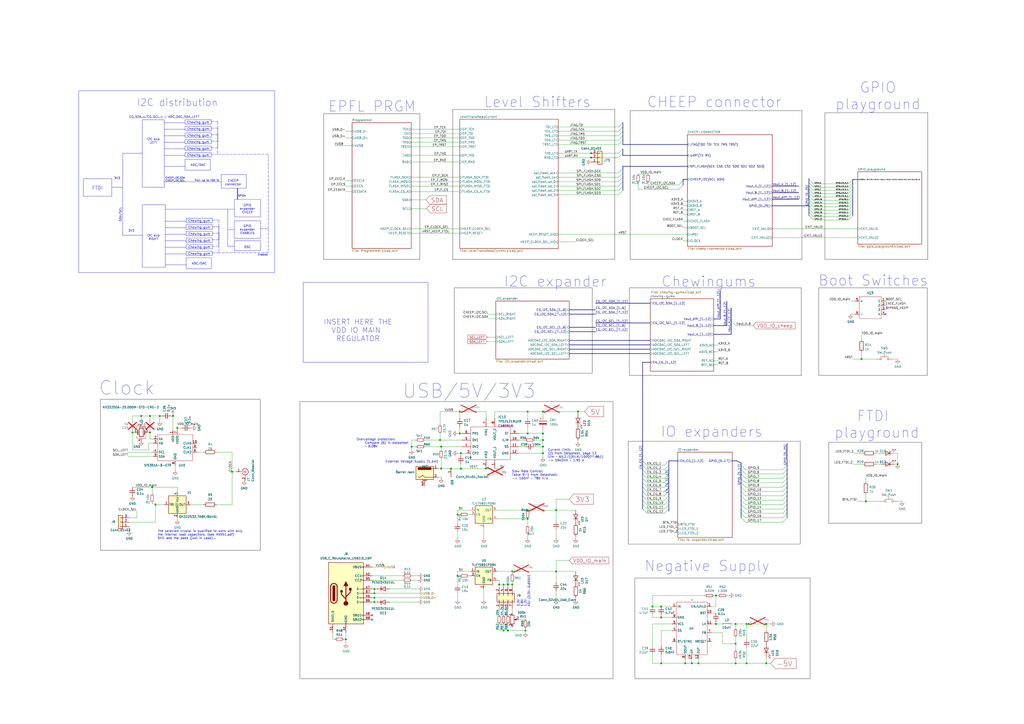
<source format=kicad_sch>
(kicad_sch (version 20250114) (generator "eeschema") (generator_version "9.0")
  (paper "A2")
  (title_block (title "Heepocrates Testing Board (HTB)") (rev "1") (company "Embedded Systems Laboratory") (comment 1 "Jose Miranda & Christoph Müller 2023"))
  (rectangle (start 107.315 84.709) (end 122.555 87.249))
  (rectangle (start 478.536 65.405) (end 538.226 150.495) (stroke (width 0) (color 0 0 0 1)))
  (rectangle (start 187.706 66.04) (end 243.586 150.495) (stroke (width 0) (color 0 0 0 1)))
  (rectangle (start 365.506 64.135) (end 465.201 150.495) (stroke (width 0) (color 0 0 0 1)))
  (rectangle (start 128.27 101.219) (end 142.875 109.22))
  (rectangle (start 364.49 255.905) (end 464.185 315.595) (stroke (width 0) (color 0 0 0 1)))
  (rectangle (start 58.293 231.648) (end 151.003 319.278) (stroke (width 0) (color 0 0 0 1)))
  (rectangle (start 135.89 128.143) (end 151.13 138.303))
  (rectangle (start 48.387 103.759) (end 64.897 113.919))
  (rectangle (start 107.95 130.429) (end 123.19 132.969))
  (rectangle (start 107.315 92.329) (end 122.047 98.679))
  (rectangle (start 107.315 73.279) (end 122.555 75.819))
  (rectangle (start 82.55 69.469) (end 95.25 108.585))
  (rectangle (start 107.95 126.619) (end 123.19 129.159))
  (rectangle (start 263.525 167.005) (end 343.535 216.535) (stroke (width 0) (color 0 0 0 1)))
  (rectangle (start 368.3 335.28) (end 469.9 393.7) (stroke (width 0) (color 0 0 0 1)))
  (rectangle (start 107.95 149.479) (end 122.682 155.829))
  (rectangle (start 107.95 145.669) (end 123.19 148.209))
  (rectangle (start 175.895 163.83) (end 248.285 210.185))
  (rectangle (start 107.315 88.519) (end 122.555 91.059))
  (rectangle (start 107.315 77.089) (end 122.555 79.629))
  (rectangle (start 107.95 138.049) (end 123.19 140.589))
  (rectangle (start 474.98 167.005) (end 537.845 217.805) (stroke (width 0) (color 0 0 0 1)))
  (rectangle (start 82.55 118.745) (end 95.885 155.067))
  (rectangle (start 262.636 63.5) (end 356.616 150.495) (stroke (width 0) (color 0 0 0 1)))
  (rectangle (start 107.95 134.239) (end 123.19 136.779))
  (rectangle (start 45.72 52.705) (end 159.385 158.115))
  (rectangle (start 107.315 80.899) (end 122.555 83.439))
  (rectangle (start 173.99 232.918) (end 355.6 393.7) (stroke (width 0) (color 0 0 0 1)))
  (rectangle (start 107.315 69.469) (end 122.555 72.009))
  (rectangle (start 480.695 256.54) (end 534.67 303.53) (stroke (width 0) (color 0 0 0 1)))
  (rectangle (start 135.89 139.7) (end 151.13 145.415))
  (rectangle (start 107.95 141.859) (end 123.19 144.399))
  (rectangle (start 136.017 115.697) (end 151.13 125.857))
  (rectangle (start 365.125 167.005) (end 464.82 217.805) (stroke (width 0) (color 0 0 0 1)))
  (text "EPFL PRGM" (at 241.3 65.405 0) (effects (font (size 6 6)) (justify right bottom)))
  (text "ToDos:" (at 624.078 165.1 0) (effects (font (size 5 5) (thickness 1) (bold yes))))
  (text "Slew Rate Control:\nTable 9-1 from Datasheet:\n-> 100nF ~ 780 V/s" (at 296.926 278.384 0) (effects (font (size 1.27 1.27)) (justify left bottom)))
  (text "I2C distribution" (at 102.87 59.69 0) (effects (font (size 4 4))))
  (text "I2C how to distribute?" (at 613.918 190.5 0) (effects (font (size 3 3)) (justify left)))
  (text "Boot Switches" (at 538.48 166.37 0) (effects (font (size 6 6)) (justify right bottom)))
  (text "CHEEP connector" (at 453.39 62.865 0) (effects (font (size 6 6)) (justify right bottom)))
  (text "ADC/DAC" (at 115.57 153.035 0) (effects (font (size 1.27 1.27))))
  (text "Negative Supply" (at 446.532 331.978 0) (effects (font (size 6 6)) (justify right bottom)))
  (text "Chewing gum" (at 115.57 139.7 0) (effects (font (size 1.27 1.27))))
  (text "CHEEP\nconnector" (at 135.255 106.045 0) (effects (font (size 1.27 1.27))))
  (text "Chewing gum" (at 115.57 143.51 0) (effects (font (size 1.27 1.27))))
  (text "3.3V\n1.8V\n1.2V\nADJ (3.3V-0.655V)" (at 307.594 352.044 90) (effects (font (size 1.27 1.27)) (justify left bottom)))
  (text "Run DRC on boards" (at 612.648 173.228 0) (effects (font (size 3 3)) (justify left)))
  (text "Chewing gum" (at 115.57 135.89 0) (effects (font (size 1.27 1.27))))
  (text "Check supply voltages are right (3V3, VDD IO main or VDD IO cheep)" (at 613.41 302.26 0) (effects (font (size 3 3)) (justify left top)))
  (text "Clock" (at 57.15 229.87 0) (effects (font (size 8 8)) (justify left bottom)))
  (text "SDA/SCL" (at 69.85 124.46 90) (effects (font (size 1.27 1.27))))
  (text "I2C expander" (at 292.1 167.005 0) (effects (font (size 6 6)) (justify left bottom)))
  (text "Chewing gum" (at 115.57 128.27 0) (effects (font (size 1.27 1.27))))
  (text "CG_SDA_x/CG_SCL_x / ADC_DAC_SDA_LEFT" (at 95.25 67.945 0) (effects (font (size 1.27 1.27))))
  (text "Select the right part(color)/footprint for LEDs (GPIO playground)" (at 613.664 258.572 0) (effects (font (size 3 3)) (justify left top)))
  (text "What is connected to pad 11 of U10 (IC on the clock generation)" (at 613.664 276.86 0) (effects (font (size 3 3)) (justify left top)))
  (text "Chewing gum" (at 114.935 74.93 0) (effects (font (size 1.27 1.27))))
  (text "Impedance matching of USB D+-" (at 613.664 288.798 0) (effects (font (size 3 3)) (justify left top)))
  (text "The selected crystal is qualified to work with only \nthe internal load capacitors. (see AN551.pdf) \nStill add the pads (just in case)..." (at 91.44 313.055 0) (effects (font (size 1.27 1.27)) (justify left bottom)))
  (text "Chewing gum" (at 114.935 71.12 0) (effects (font (size 1.27 1.27))))
  (text "Overvoltage protection:\n	Compare (6) in datasheet\n	~ 6.08V" (at 206.883 259.842 0) (effects (font (size 1.27 1.27)) (justify left bottom)))
  (text "GPIOs" (at 140.335 113.665 0) (effects (font (size 1 1))))
  (text "IO expanders" (at 442.468 254.127 0) (effects (font (size 6 6)) (justify right bottom)))
  (text "Add pushbuttons and switches connected to GPIOs on the cheep connector" (at 614.172 231.902 0) (effects (font (size 3 3)) (justify left top)))
  (text "HEEP bypass -> connect to CHEEP connector" (at 613.156 181.61 0) (effects (font (size 3 3)) (justify left)))
  (text "Current Limit:\n(2) from Datasheet, page 13\nIlim ~ 65.2/((RILM/1000)**.861) \n-> 59kOhm ~ 1.95 A " (at 317.754 267.97 0) (effects (font (size 1.27 1.27)) (justify left bottom)))
  (text "External Voltage Supply (V_ext)\n" (at 223.52 268.605 0) (effects (font (size 1.27 1.27)) (justify left bottom)))
  (text "OSC" (at 143.51 143.51 0) (effects (font (size 1.27 1.27))))
  (text "Select the right part/footprint for Logic gates (GPIO playground)\nThere is one we could repeat/take similar in the programmer sheet" (at 613.918 241.3 0) (effects (font (size 3 3)) (justify left top)))
  (text "Increase the hole size for the bananas\n(this is nothing sexual, it's that the \nhole size for the connectors is not the\nright standard)" (at 614.426 207.01 0) (effects (font (size 3 3)) (justify left top)))
  (text "What to do with exit valid/value: LEDs through two mos?" (at 614.172 200.914 0) (effects (font (size 3 3)) (justify left)))
  (text "ADC/DAC" (at 114.935 95.885 0) (effects (font (size 1.27 1.27))))
  (text "CHEEP_I2C.SDA\nCHEEP_I2C.SCL" (at 101.6 104.14 0) (effects (font (size 1 1))))
  (text "USB/5V/3V3" (at 233.299 231.648 0) (effects (font (size 8 8)) (justify left bottom)))
  (text "I2C exp\nLEFT" (at 88.9 81.915 0) (effects (font (size 1.27 1.27))))
  (text "FTDI" (at 56.515 109.22 0) (effects (font (size 2 2))))
  (text "Chewing gum" (at 114.935 78.74 0) (effects (font (size 1.27 1.27))))
  (text "Chewing gum" (at 115.57 147.32 0) (effects (font (size 1.27 1.27))))
  (text "GPIO\nexpander\nENABLES" (at 143.51 133.35 0) (effects (font (size 1.27 1.27))))
  (text "Level Shifters" (at 280.67 62.865 0) (effects (font (size 6 6)) (justify left bottom)))
  (text "Pull-up to VDD io" (at 120.015 104.775 0) (effects (font (size 1 1))))
  (text "INSERT HERE THE\nVDD IO MAIN \nREGULATOR" (at 207.645 191.77 0) (effects (font (size 3 3))))
  (text "GPIO\nplayground" (at 509.27 64.135 0) (effects (font (size 6 6)) (justify bottom)))
  (text "FTDI \nplayground" (at 508.635 254.635 0) (effects (font (size 6 6)) (justify bottom)))
  (text "Enables\n" (at 152.4 147.955 0) (effects (font (size 1 1))))
  (text "3V3" (at 76.2 133.985 0) (effects (font (size 1.27 1.27))))
  (text "3V3" (at 67.945 103.505 0) (effects (font (size 1.27 1.27))))
  (text "Chewing gum" (at 114.935 82.55 0) (effects (font (size 1.27 1.27))))
  (text "Chewingums" (at 383.54 167.005 0) (effects (font (size 6 6)) (justify left bottom)))
  (text "Chewing gum" (at 114.935 90.17 0) (effects (font (size 1.27 1.27))))
  (text "I2C exp\nRIGHT" (at 88.9 137.795 0) (effects (font (size 1.27 1.27))))
  (text "Chewing gum" (at 114.935 86.36 0) (effects (font (size 1.27 1.27))))
  (text "Chewing gum" (at 115.57 132.08 0) (effects (font (size 1.27 1.27))))
  (text "GPIO\nexpander\nCHEEP" (at 143.51 121.285 0) (effects (font (size 1.27 1.27))))
  (junction (at 342.9 91.44))
  (junction (at 306.07 295.91))
  (junction (at 292.1 365.76))
  (junction (at 255.27 255.27))
  (junction (at 502.285 290.83))
  (junction (at 238.76 259.08))
  (junction (at 294.64 339.09))
  (junction (at 134.62 273.685))
  (junction (at 426.72 373.38))
  (junction (at 86.995 241.3))
  (junction (at 314.96 238.76))
  (junction (at 100.33 241.3))
  (junction (at 426.72 361.95))
  (junction (at 217.17 344.17))
  (junction (at 433.07 361.95))
  (junction (at 297.18 331.47))
  (junction (at 267.335 262.89))
  (junction (at 383.54 384.81))
  (junction (at 314.96 259.08))
  (junction (at 90.17 292.735))
  (junction (at 217.17 346.71))
  (junction (at 314.96 255.27))
  (junction (at 102.87 248.285))
  (junction (at 306.07 238.76))
  (junction (at 217.17 349.25))
  (junction (at 405.13 384.81))
  (junction (at 397.51 384.81))
  (junction (at 444.5 361.95))
  (junction (at 520.7 269.24))
  (junction (at 255.905 271.78))
  (junction (at 297.18 339.09))
  (junction (at 81.915 241.3))
  (junction (at 342.9 88.9))
  (junction (at 281.94 271.78))
  (junction (at 335.28 238.76))
  (junction (at 434.34 361.95))
  (junction (at 217.17 341.63))
  (junction (at 306.07 300.99))
  (junction (at 433.07 384.81))
  (junction (at 306.07 251.46))
  (junction (at 415.29 345.44))
  (junction (at 261.62 271.78))
  (junction (at 266.7 251.46))
  (junction (at 314.96 262.89))
  (junction (at 383.54 351.79))
  (junction (at 289.56 339.09))
  (junction (at 266.7 238.76))
  (junction (at 265.43 298.45))
  (junction (at 86.995 250.825))
  (junction (at 426.72 384.81))
  (junction (at 292.1 339.09))
  (junction (at 200.66 370.84))
  (junction (at 267.335 271.78))
  (junction (at 88.265 282.575))
  (junction (at 265.43 334.01))
  (junction (at 92.71 241.3))
  (junction (at 444.5 384.81))
  (junction (at 322.58 295.91))
  (junction (at 383.54 358.14))
  (junction (at 294.64 365.76))
  (junction (at 255.905 259.08))
  (junction (at 76.835 250.825))
  (junction (at 401.32 384.81))
  (junction (at 378.46 351.79))
  (junction (at 415.29 361.95))
  (junction (at 322.58 331.47))
  (junction (at 499.745 208.28))
  (junction (at 304.8 365.76))
  (junction (at 314.96 251.46))
  (no_connect (at 215.9 359.41))
  (no_connect (at 215.9 356.87))
  (no_connect (at 297.18 363.22))
  (no_connect (at 513.715 182.245))
  (no_connect (at -17.78 360.68))
  (bus_entry (at 358.775 81.28) (size 2.54 -2.54))
  (bus_entry (at 469.265 115.57) (size 2.54 2.54))
  (bus_entry (at 429.895 295.275) (size 2.54 2.54))
  (bus_entry (at 469.265 119.38) (size 2.54 2.54))
  (bus_entry (at 429.895 282.575) (size 2.54 2.54))
  (bus_entry (at 372.745 274.955) (size 2.54 2.54))
  (bus_entry (at 429.895 297.815) (size 2.54 2.54))
  (bus_entry (at 469.265 113.665) (size 2.54 2.54))
  (bus_entry (at 385.445 295.275) (size 2.54 -2.54))
  (bus_entry (at 396.24 104.775) (size -2.54 2.54))
  (bus_entry (at 385.445 287.655) (size 2.54 -2.54))
  (bus_entry (at 492.125 112.395) (size 2.54 -2.54))
  (bus_entry (at 454.025 285.115) (size 2.54 -2.54))
  (bus_entry (at 372.745 290.195) (size 2.54 2.54))
  (bus_entry (at 429.895 272.415) (size 2.54 2.54))
  (bus_entry (at 429.895 274.955) (size 2.54 2.54))
  (bus_entry (at 372.745 277.495) (size 2.54 2.54))
  (bus_entry (at 492.125 123.825) (size 2.54 -2.54))
  (bus_entry (at 454.025 290.195) (size 2.54 -2.54))
  (bus_entry (at 492.125 127.635) (size 2.54 -2.54))
  (bus_entry (at 358.775 102.87) (size 2.54 -2.54))
  (bus_entry (at 454.025 274.955) (size 2.54 -2.54))
  (bus_entry (at 385.445 292.735) (size 2.54 -2.54))
  (bus_entry (at 385.445 290.195) (size 2.54 -2.54))
  (bus_entry (at 469.265 109.855) (size 2.54 2.54))
  (bus_entry (at 429.895 292.735) (size 2.54 2.54))
  (bus_entry (at 429.895 285.115) (size 2.54 2.54))
  (bus_entry (at 385.445 269.875) (size 2.54 -2.54))
  (bus_entry (at 469.265 107.95) (size 2.54 2.54))
  (bus_entry (at 385.445 285.115) (size 2.54 -2.54))
  (bus_entry (at 429.895 280.035) (size 2.54 2.54))
  (bus_entry (at 454.025 295.275) (size 2.54 -2.54))
  (bus_entry (at 469.265 111.76) (size 2.54 2.54))
  (bus_entry (at 372.745 292.735) (size 2.54 2.54))
  (bus_entry (at 385.445 280.035) (size 2.54 -2.54))
  (bus_entry (at 454.025 282.575) (size 2.54 -2.54))
  (bus_entry (at 469.265 104.14) (size 2.54 2.54))
  (bus_entry (at 372.745 282.575) (size 2.54 2.54))
  (bus_entry (at 385.445 277.495) (size 2.54 -2.54))
  (bus_entry (at 492.125 116.205) (size 2.54 -2.54))
  (bus_entry (at 454.025 300.355) (size 2.54 -2.54))
  (bus_entry (at 492.125 110.49) (size 2.54 -2.54))
  (bus_entry (at 469.265 123.19) (size 2.54 2.54))
  (bus_entry (at 429.895 290.195) (size 2.54 2.54))
  (bus_entry (at 358.775 76.2) (size 2.54 -2.54))
  (bus_entry (at 492.125 121.92) (size 2.54 -2.54))
  (bus_entry (at 358.775 78.74) (size 2.54 -2.54))
  (bus_entry (at 358.775 107.95) (size 2.54 -2.54))
  (bus_entry (at 424.18 186.309) (size 2.54 2.54))
  (bus_entry (at 492.125 106.68) (size 2.54 -2.54))
  (bus_entry (at 454.025 277.495) (size 2.54 -2.54))
  (bus_entry (at 429.895 300.355) (size 2.54 2.54))
  (bus_entry (at 372.745 287.655) (size 2.54 2.54))
  (bus_entry (at 361.315 86.36) (size -2.54 2.54))
  (bus_entry (at 358.775 83.82) (size 2.54 -2.54))
  (bus_entry (at 361.315 88.9) (size -2.54 2.54))
  (bus_entry (at 372.745 269.875) (size 2.54 2.54))
  (bus_entry (at 492.125 114.3) (size 2.54 -2.54))
  (bus_entry (at 372.745 295.275) (size 2.54 2.54))
  (bus_entry (at 454.025 272.415) (size 2.54 -2.54))
  (bus_entry (at 385.445 272.415) (size 2.54 -2.54))
  (bus_entry (at 372.745 267.335) (size 2.54 2.54))
  (bus_entry (at 358.775 105.41) (size 2.54 -2.54))
  (bus_entry (at 492.125 118.11) (size 2.54 -2.54))
  (bus_entry (at 492.125 108.585) (size 2.54 -2.54))
  (bus_entry (at 358.775 73.66) (size 2.54 -2.54))
  (bus_entry (at 469.265 125.095) (size 2.54 2.54))
  (bus_entry (at 429.895 269.875) (size 2.54 2.54))
  (bus_entry (at 454.025 287.655) (size 2.54 -2.54))
  (bus_entry (at 454.025 292.735) (size 2.54 -2.54))
  (bus_entry (at 358.775 113.03) (size 2.54 -2.54))
  (bus_entry (at 358.775 110.49) (size 2.54 -2.54))
  (bus_entry (at 385.445 297.815) (size 2.54 -2.54))
  (bus_entry (at 372.745 272.415) (size 2.54 2.54))
  (bus_entry (at 492.125 120.015) (size 2.54 -2.54))
  (bus_entry (at 372.745 285.115) (size 2.54 2.54))
  (bus_entry (at 469.265 117.475) (size 2.54 2.54))
  (bus_entry (at 492.125 125.73) (size 2.54 -2.54))
  (bus_entry (at 358.775 100.33) (size 2.54 -2.54))
  (bus_entry (at 454.025 302.895) (size 2.54 -2.54))
  (bus_entry (at 429.895 277.495) (size 2.54 2.54))
  (bus_entry (at 396.24 107.315) (size -2.54 2.54))
  (bus_entry (at 454.025 297.815) (size 2.54 -2.54))
  (bus_entry (at 469.265 106.045) (size 2.54 2.54))
  (bus_entry (at 385.445 282.575) (size 2.54 -2.54))
  (bus_entry (at 372.745 280.035) (size 2.54 2.54))
  (bus_entry (at 454.025 280.035) (size 2.54 -2.54))
  (bus_entry (at 469.265 121.285) (size 2.54 2.54))
  (bus_entry (at 429.895 287.655) (size 2.54 2.54))
  (bus_entry (at 385.445 274.955) (size 2.54 -2.54))
  (wire (pts (xy 414.02 345.44) (xy 415.29 345.44)))
  (wire (pts (xy 323.85 105.41) (xy 358.775 105.41)))
  (bus (pts (xy 469.265 121.285) (xy 469.265 123.19)))
  (wire (pts (xy 261.62 271.78) (xy 267.335 271.78)))
  (wire (pts (xy 294.64 365.76) (xy 292.1 365.76)))
  (wire (pts (xy 323.85 102.87) (xy 358.775 102.87)))
  (wire (pts (xy 217.17 344.17) (xy 243.84 344.17)))
  (bus (pts (xy 469.265 107.95) (xy 469.265 109.855)))
  (bus (pts (xy 361.315 102.87) (xy 361.315 105.41)))
  (wire (pts (xy 217.17 346.71) (xy 217.17 349.25)))
  (wire (pts (xy 396.24 119.253) (xy 398.78 119.253)))
  (wire (pts (xy 200.66 370.84) (xy 200.66 373.38)))
  (wire (pts (xy 323.85 107.95) (xy 358.775 107.95)))
  (wire (pts (xy 383.54 365.76) (xy 389.89 365.76)))
  (polyline (pts (xy 126.365 74.295) (xy 126.365 85.725)) (stroke (width 0) (type dash)))
  (wire (pts (xy 217.17 349.25) (xy 218.44 349.25)))
  (wire (pts (xy 100.33 240.665) (xy 100.33 241.3)))
  (polyline (pts (xy 95.25 78.74) (xy 107.315 78.74)))
  (bus (pts (xy 387.985 269.875) (xy 387.985 272.415)))
  (wire (pts (xy 215.9 336.55) (xy 233.68 336.55)))
  (wire (pts (xy 255.27 238.76) (xy 255.27 246.38)))
  (wire (pts (xy 281.94 242.57) (xy 281.94 238.76)))
  (wire (pts (xy 375.285 297.815) (xy 385.445 297.815)))
  (wire (pts (xy 511.175 269.24) (xy 508 269.24)))
  (polyline (pts (xy 95.885 143.51) (xy 107.95 143.51)))
  (bus (pts (xy 361.315 78.74) (xy 361.315 81.28)))
  (wire (pts (xy 375.92 107.315) (xy 393.7 107.315)))
  (bus (pts (xy 494.665 121.285) (xy 494.665 123.19)))
  (polyline (pts (xy 95.885 153.67) (xy 107.95 153.67)))
  (wire (pts (xy 292.1 361.95) (xy 292.1 365.76)))
  (wire (pts (xy 297.18 331.47) (xy 322.58 331.47)))
  (wire (pts (xy 432.435 295.275) (xy 454.025 295.275)))
  (wire (pts (xy 426.72 361.95) (xy 433.07 361.95)))
  (wire (pts (xy 215.9 349.25) (xy 217.17 349.25)))
  (wire (pts (xy 448.056 132.715) (xy 497.586 132.715)))
  (wire (pts (xy 294.64 339.09) (xy 297.18 339.09)))
  (wire (pts (xy 323.85 88.9) (xy 342.9 88.9)))
  (wire (pts (xy 265.43 298.45) (xy 265.43 303.53)))
  (wire (pts (xy 102.87 282.575) (xy 88.265 282.575)))
  (wire (pts (xy 294.64 353.06) (xy 294.64 356.87)))
  (wire (pts (xy 306.07 309.88) (xy 306.07 312.42)))
  (wire (pts (xy 306.07 300.99) (xy 306.07 304.8)))
  (wire (pts (xy 500.38 262.89) (xy 495.3 262.89)))
  (wire (pts (xy 86.995 249.555) (xy 86.995 250.825)))
  (wire (pts (xy 255.27 251.46) (xy 255.27 255.27)))
  (polyline (pts (xy 95.25 90.17) (xy 107.315 90.17)))
  (wire (pts (xy 405.13 384.81) (xy 405.13 382.27)))
  (polyline (pts (xy 122.555 74.295) (xy 126.365 74.295)) (stroke (width 0) (type dash)))
  (wire (pts (xy 238.506 80.01) (xy 266.7 80.01)))
  (bus (pts (xy 372.745 210.185) (xy 377.19 210.185)))
  (wire (pts (xy 415.29 345.44) (xy 416.56 345.44)))
  (bus (pts (xy 427.355 267.335) (xy 429.895 268.605)))
  (wire (pts (xy 309.88 259.08) (xy 314.96 259.08)))
  (wire (pts (xy 511.175 262.89) (xy 508 262.89)))
  (wire (pts (xy 378.46 361.95) (xy 389.89 361.95)))
  (polyline (pts (xy 132.08 121.285) (xy 132.08 133.35)))
  (wire (pts (xy 102.87 300.355) (xy 102.87 301.625)))
  (wire (pts (xy 322.58 289.56) (xy 322.58 295.91)))
  (wire (pts (xy 267.335 271.78) (xy 281.94 271.78)))
  (wire (pts (xy 375.285 272.415) (xy 385.445 272.415)))
  (wire (pts (xy 432.435 280.035) (xy 454.025 280.035)))
  (bus (pts (xy 330.2 189.865) (xy 345.44 189.865)))
  (wire (pts (xy 383.54 351.79) (xy 389.89 351.79)))
  (wire (pts (xy 304.8 365.76) (xy 304.8 367.03)))
  (bus (pts (xy 361.315 100.33) (xy 361.315 102.87)))
  (wire (pts (xy 86.36 257.175) (xy 86.36 260.985)))
  (polyline (pts (xy 95.885 121.285) (xy 135.89 121.285)))
  (wire (pts (xy 271.78 298.45) (xy 273.05 298.45)))
  (wire (pts (xy 193.04 367.03) (xy 193.04 370.84)))
  (wire (pts (xy 415.29 360.68) (xy 415.29 361.95)))
  (bus (pts (xy 387.985 267.335) (xy 387.985 269.875)))
  (wire (pts (xy 283.21 182.245) (xy 287.655 182.245)))
  (wire (pts (xy 76.835 250.825) (xy 76.835 260.985)))
  (polyline (pts (xy 123.19 146.685) (xy 127 146.685)) (stroke (width 0) (type dash)))
  (wire (pts (xy 314.96 238.76) (xy 335.28 238.76)))
  (polyline (pts (xy 123.19 131.445) (xy 127 131.445)) (stroke (width 0) (type dash)))
  (bus (pts (xy 424.815 267.335) (xy 427.355 267.335)))
  (wire (pts (xy 267.335 269.24) (xy 267.335 271.78)))
  (wire (pts (xy 255.905 259.08) (xy 255.905 260.985)))
  (wire (pts (xy 334.01 346.71) (xy 334.01 347.98)))
  (bus (pts (xy 448.056 111.76) (xy 463.296 111.76)))
  (polyline (pts (xy 155.575 146.685) (xy 127 146.685)) (stroke (width 0) (type dash)))
  (wire (pts (xy 314.96 238.76) (xy 314.96 241.3)))
  (wire (pts (xy 74.295 262.255) (xy 88.9 262.255)))
  (wire (pts (xy 518.795 262.89) (xy 520.7 262.89)))
  (wire (pts (xy 396.24 121.793) (xy 398.78 121.793)))
  (bus (pts (xy 429.895 290.195) (xy 429.895 292.735)))
  (polyline (pts (xy 95.25 105.41) (xy 107.315 105.41)))
  (wire (pts (xy 93.98 241.3) (xy 92.71 241.3)))
  (bus (pts (xy 456.565 285.115) (xy 456.565 287.655)))
  (wire (pts (xy 292.1 365.76) (xy 289.56 365.76)))
  (wire (pts (xy 238.506 105.41) (xy 266.7 105.41)))
  (wire (pts (xy 238.506 93.98) (xy 266.7 93.98)))
  (wire (pts (xy 85.725 250.825) (xy 86.995 250.825)))
  (wire (pts (xy 523.24 290.83) (xy 520.7 290.83)))
  (wire (pts (xy 306.07 247.65) (xy 306.07 251.46)))
  (bus (pts (xy 387.985 290.195) (xy 387.985 292.735)))
  (wire (pts (xy 444.5 381) (xy 444.5 384.81)))
  (wire (pts (xy 444.5 384.81) (xy 447.04 384.81)))
  (wire (pts (xy 74.93 305.435) (xy 74.93 307.975)))
  (wire (pts (xy 88.265 292.1) (xy 90.17 292.1)))
  (wire (pts (xy 289.56 339.09) (xy 292.1 339.09)))
  (bus (pts (xy 429.895 274.955) (xy 429.895 277.495)))
  (wire (pts (xy 322.58 307.34) (xy 322.58 312.42)))
  (wire (pts (xy 289.56 365.76) (xy 289.56 361.95)))
  (polyline (pts (xy 122.555 78.105) (xy 126.365 78.105)) (stroke (width 0) (type dash)))
  (wire (pts (xy 134.62 273.685) (xy 137.16 273.685)))
  (bus (pts (xy 361.315 105.41) (xy 361.315 107.95)))
  (polyline (pts (xy 71.12 88.9) (xy 71.12 106.045)))
  (wire (pts (xy 471.805 106.68) (xy 492.125 106.68)))
  (wire (pts (xy 322.58 342.9) (xy 322.58 347.98)))
  (wire (pts (xy 265.43 334.01) (xy 265.43 339.09)))
  (wire (pts (xy 471.805 120.015) (xy 492.125 120.015)))
  (bus (pts (xy 330.2 197.485) (xy 377.19 197.485)))
  (wire (pts (xy 375.285 282.575) (xy 385.445 282.575)))
  (bus (pts (xy 330.2 182.245) (xy 345.44 182.245)))
  (wire (pts (xy 433.07 361.95) (xy 434.34 361.95)))
  (wire (pts (xy 434.34 361.95) (xy 444.5 361.95)))
  (wire (pts (xy 520.7 208.28) (xy 518.16 208.28)))
  (polyline (pts (xy 123.19 135.255) (xy 127 135.255)) (stroke (width 0) (type dash)))
  (bus (pts (xy 494.665 109.855) (xy 494.665 111.76)))
  (bus (pts (xy 429.895 280.035) (xy 429.895 282.575)))
  (wire (pts (xy 99.06 241.3) (xy 100.33 241.3)))
  (bus (pts (xy 424.18 186.309) (xy 424.18 193.929)))
  (bus (pts (xy 456.565 287.655) (xy 456.565 290.195)))
  (polyline (pts (xy 95.25 71.12) (xy 107.315 71.12)))
  (wire (pts (xy 383.54 356.87) (xy 383.54 358.14)))
  (bus (pts (xy 469.265 123.19) (xy 469.265 125.095)))
  (wire (pts (xy 500.38 269.24) (xy 494.665 269.24)))
  (wire (pts (xy 265.43 331.47) (xy 273.05 331.47)))
  (bus (pts (xy 396.24 104.775) (xy 396.24 107.315)))
  (wire (pts (xy 322.58 325.12) (xy 322.58 331.47)))
  (polyline (pts (xy 132.08 133.35) (xy 132.08 142.875)))
  (bus (pts (xy 361.315 83.82) (xy 398.78 83.82)))
  (wire (pts (xy 396.24 124.333) (xy 398.78 124.333)))
  (bus (pts (xy 469.265 103.505) (xy 469.265 104.14)))
  (wire (pts (xy 401.32 382.27) (xy 401.32 384.81)))
  (bus (pts (xy 429.895 295.275) (xy 429.895 297.815)))
  (bus (pts (xy 396.24 104.013) (xy 396.24 104.775)))
  (wire (pts (xy 215.9 334.01) (xy 233.68 334.01)))
  (polyline (pts (xy 95.885 132.08) (xy 107.95 132.08)))
  (bus (pts (xy 387.985 285.115) (xy 387.985 287.655)))
  (wire (pts (xy 396.24 116.713) (xy 398.78 116.713)))
  (wire (pts (xy 86.995 254.635) (xy 88.9 254.635)))
  (wire (pts (xy 297.18 339.09) (xy 297.18 340.36)))
  (wire (pts (xy 323.85 110.49) (xy 358.775 110.49)))
  (wire (pts (xy 292.1 339.09) (xy 294.64 339.09)))
  (wire (pts (xy 414.02 211.709) (xy 416.56 211.709)))
  (wire (pts (xy 81.915 241.3) (xy 86.995 241.3)))
  (bus (pts (xy 361.315 76.2) (xy 361.315 78.74)))
  (polyline (pts (xy 123.19 127.635) (xy 127 127.635)) (stroke (width 0) (type dash)))
  (bus (pts (xy 387.985 287.655) (xy 387.985 290.195)))
  (polyline (pts (xy 126.365 78.105) (xy 126.365 89.535)) (stroke (width 0) (type dash)))
  (wire (pts (xy 396.24 128.27) (xy 398.78 128.27)))
  (wire (pts (xy 238.76 255.27) (xy 241.3 255.27)))
  (wire (pts (xy 335.28 255.27) (xy 335.28 256.54)))
  (wire (pts (xy 238.506 77.47) (xy 266.7 77.47)))
  (wire (pts (xy 314.96 251.46) (xy 314.96 255.27)))
  (wire (pts (xy 323.85 100.33) (xy 358.775 100.33)))
  (wire (pts (xy 389.89 358.14) (xy 383.54 358.14)))
  (wire (pts (xy 378.46 379.73) (xy 378.46 384.81)))
  (bus (pts (xy 429.895 292.735) (xy 429.895 295.275)))
  (wire (pts (xy 323.85 91.44) (xy 342.9 91.44)))
  (bus (pts (xy 456.565 290.195) (xy 456.565 292.735)))
  (wire (pts (xy 294.64 339.09) (xy 294.64 340.36)))
  (wire (pts (xy 412.75 361.95) (xy 415.29 361.95)))
  (polyline (pts (xy 123.19 139.065) (xy 127 139.065)) (stroke (width 0) (type dash)))
  (wire (pts (xy 493.395 174.625) (xy 495.935 174.625)))
  (bus (pts (xy 469.265 104.14) (xy 469.265 106.045)))
  (wire (pts (xy 226.06 341.63) (xy 242.57 341.63)))
  (wire (pts (xy 288.29 336.55) (xy 289.56 336.55)))
  (wire (pts (xy 265.43 298.45) (xy 266.7 298.45)))
  (wire (pts (xy 375.285 274.955) (xy 385.445 274.955)))
  (wire (pts (xy 396.24 139.7) (xy 398.78 139.7)))
  (bus (pts (xy 330.2 202.565) (xy 377.19 202.565)))
  (wire (pts (xy 255.905 266.065) (xy 255.905 271.78)))
  (wire (pts (xy 322.58 295.91) (xy 322.58 302.26)))
  (wire (pts (xy 375.285 290.195) (xy 385.445 290.195)))
  (bus (pts (xy 456.565 280.035) (xy 456.565 282.575)))
  (wire (pts (xy 375.285 287.655) (xy 385.445 287.655)))
  (wire (pts (xy 238.506 135.255) (xy 259.7015 135.1987)))
  (wire (pts (xy 401.32 384.81) (xy 405.13 384.81)))
  (bus (pts (xy 494.665 119.38) (xy 494.665 121.285)))
  (polyline (pts (xy 95.25 82.55) (xy 107.315 82.55)))
  (wire (pts (xy 90.17 292.735) (xy 95.25 292.735)))
  (wire (pts (xy 323.85 113.03) (xy 358.775 113.03)))
  (wire (pts (xy 289.56 336.55) (xy 289.56 339.09)))
  (polyline (pts (xy 123.19 142.875) (xy 127 142.875)) (stroke (width 0) (type dash)))
  (wire (pts (xy 74.295 264.795) (xy 88.9 264.795)))
  (wire (pts (xy 215.9 341.63) (xy 217.17 341.63)))
  (wire (pts (xy 432.435 290.195) (xy 454.025 290.195)))
  (wire (pts (xy 287.02 238.76) (xy 306.07 238.76)))
  (wire (pts (xy 444.5 361.95) (xy 447.04 361.95)))
  (wire (pts (xy 289.56 353.06) (xy 289.56 356.87)))
  (wire (pts (xy 322.58 331.47) (xy 334.01 331.47)))
  (bus (pts (xy 494.665 115.57) (xy 494.665 117.475)))
  (wire (pts (xy 432.435 302.895) (xy 454.025 302.895)))
  (wire (pts (xy 102.87 247.015) (xy 102.87 248.285)))
  (bus (pts (xy 429.895 297.815) (xy 429.895 300.355)))
  (bus (pts (xy 421.64 174.879) (xy 421.64 188.849)))
  (wire (pts (xy 471.805 116.205) (xy 492.125 116.205)))
  (wire (pts (xy 414.02 209.169) (xy 416.56 209.169)))
  (wire (pts (xy 306.07 295.91) (xy 322.58 295.91)))
  (bus (pts (xy 448.056 119.38) (xy 469.265 119.38)))
  (polyline (pts (xy 95.25 96.52) (xy 107.315 96.52)))
  (wire (pts (xy 306.07 238.76) (xy 314.96 238.76)))
  (wire (pts (xy 265.43 334.01) (xy 266.7 334.01)))
  (bus (pts (xy 387.985 274.955) (xy 387.985 277.495)))
  (wire (pts (xy 200.66 367.03) (xy 200.66 370.84)))
  (polyline (pts (xy 122.555 85.725) (xy 126.365 85.725)) (stroke (width 0) (type dash)))
  (wire (pts (xy 432.435 282.575) (xy 454.025 282.575)))
  (wire (pts (xy 102.87 285.115) (xy 102.87 282.575)))
  (bus (pts (xy 494.665 106.045) (xy 494.665 107.95)))
  (wire (pts (xy 134.62 292.735) (xy 125.73 292.735)))
  (wire (pts (xy 448.056 137.795) (xy 497.586 137.795)))
  (wire (pts (xy 471.805 127.635) (xy 492.125 127.635)))
  (wire (pts (xy 194.056 84.455) (xy 204.216 84.455)))
  (wire (pts (xy 265.43 262.89) (xy 267.335 262.89)))
  (bus (pts (xy 387.985 272.415) (xy 387.985 274.955)))
  (wire (pts (xy 433.07 361.95) (xy 433.07 370.84)))
  (wire (pts (xy 267.97 259.08) (xy 255.905 259.08)))
  (bus (pts (xy 361.315 90.17) (xy 398.78 90.17)))
  (wire (pts (xy 238.506 74.93) (xy 266.7 74.93)))
  (wire (pts (xy 314.96 265.43) (xy 314.96 262.89)))
  (wire (pts (xy 426.72 369.57) (xy 426.72 373.38)))
  (polyline (pts (xy 127 131.445) (xy 127 142.875)) (stroke (width 0) (type dash)))
  (polyline (pts (xy 71.12 106.045) (xy 71.12 136.525)))
  (wire (pts (xy 412.75 355.6) (xy 415.29 355.6)))
  (wire (pts (xy 288.29 331.47) (xy 297.18 331.47)))
  (wire (pts (xy 271.78 334.01) (xy 273.05 334.01)))
  (wire (pts (xy 254 271.78) (xy 255.905 271.78)))
  (wire (pts (xy 335.28 238.76) (xy 339.09 238.76)))
  (wire (pts (xy 238.76 259.08) (xy 241.3 259.08)))
  (polyline (pts (xy 155.575 132.715) (xy 155.575 89.535)) (stroke (width 0) (type dash)))
  (wire (pts (xy 246.38 255.27) (xy 255.27 255.27)))
  (wire (pts (xy 432.435 274.955) (xy 454.025 274.955)))
  (wire (pts (xy 290.195 271.78) (xy 287.02 271.78)))
  (wire (pts (xy 297.18 332.74) (xy 297.18 331.47)))
  (wire (pts (xy 86.995 241.3) (xy 86.995 244.475)))
  (polyline (pts (xy 151.13 132.715) (xy 155.575 132.715)) (stroke (width 0) (type dash)))
  (wire (pts (xy 426.72 382.27) (xy 426.72 384.81)))
  (wire (pts (xy 497.205 290.83) (xy 502.285 290.83)))
  (wire (pts (xy 383.54 374.65) (xy 383.54 365.76)))
  (wire (pts (xy 432.435 285.115) (xy 454.025 285.115)))
  (wire (pts (xy 266.7 238.76) (xy 281.94 238.76)))
  (wire (pts (xy 255.905 271.78) (xy 261.62 271.78)))
  (wire (pts (xy 265.43 295.91) (xy 273.05 295.91)))
  (wire (pts (xy 100.33 241.3) (xy 100.33 249.555)))
  (wire (pts (xy 265.43 251.46) (xy 266.7 251.46)))
  (wire (pts (xy 226.06 349.25) (xy 242.57 349.25)))
  (bus (pts (xy 429.895 277.495) (xy 429.895 280.035)))
  (wire (pts (xy 88.265 291.465) (xy 88.265 292.1)))
  (bus (pts (xy 417.83 168.529) (xy 417.83 185.039)))
  (wire (pts (xy 378.46 374.65) (xy 378.46 361.95)))
  (wire (pts (xy 426.72 364.49) (xy 426.72 361.95)))
  (wire (pts (xy 314.96 259.08) (xy 314.96 255.27)))
  (wire (pts (xy 375.285 295.275) (xy 385.445 295.275)))
  (bus (pts (xy 414.02 188.849) (xy 421.64 188.849)))
  (bus (pts (xy 361.315 88.9) (xy 361.315 90.17)))
  (bus (pts (xy 494.665 113.665) (xy 494.665 115.57)))
  (wire (pts (xy 266.7 238.76) (xy 266.7 242.57)))
  (wire (pts (xy 102.87 248.285) (xy 102.87 249.555)))
  (wire (pts (xy 287.02 238.76) (xy 287.02 242.57)))
  (wire (pts (xy 238.506 82.55) (xy 266.7 82.55)))
  (wire (pts (xy 518.795 269.24) (xy 520.7 269.24)))
  (wire (pts (xy 267.335 262.89) (xy 267.335 264.16)))
  (polyline (pts (xy 71.12 88.9) (xy 82.55 88.9)))
  (wire (pts (xy 405.13 384.81) (xy 426.72 384.81)))
  (wire (pts (xy 246.38 259.08) (xy 255.905 259.08)))
  (wire (pts (xy 499.745 194.31) (xy 499.745 196.85)))
  (wire (pts (xy 101.6 269.875) (xy 101.6 273.05)))
  (wire (pts (xy 199.39 370.84) (xy 200.66 370.84)))
  (bus (pts (xy 361.315 96.52) (xy 361.315 97.79)))
  (bus (pts (xy 372.745 280.035) (xy 372.745 282.575)))
  (wire (pts (xy 238.506 132.715) (xy 266.7 132.715)))
  (bus (pts (xy 456.565 272.415) (xy 456.565 274.955)))
  (bus (pts (xy 429.895 285.115) (xy 429.895 287.655)))
  (wire (pts (xy 426.72 384.81) (xy 433.07 384.81)))
  (bus (pts (xy 387.985 282.575) (xy 387.985 285.115)))
  (wire (pts (xy 383.54 384.81) (xy 397.51 384.81)))
  (wire (pts (xy 342.9 91.44) (xy 358.775 91.44)))
  (bus (pts (xy 494.665 104.14) (xy 497.586 104.14)))
  (wire (pts (xy 397.51 382.27) (xy 397.51 384.81)))
  (wire (pts (xy 238.506 85.09) (xy 266.7 85.09)))
  (wire (pts (xy 238.76 255.27) (xy 238.76 259.08)))
  (wire (pts (xy 408.94 345.44) (xy 378.46 345.44)))
  (wire (pts (xy 330.2 289.56) (xy 322.58 289.56)))
  (wire (pts (xy 215.9 344.17) (xy 217.17 344.17)))
  (bus (pts (xy 469.265 106.045) (xy 469.265 107.95)))
  (bus (pts (xy 414.02 185.039) (xy 417.83 185.039)))
  (bus (pts (xy 429.895 268.605) (xy 429.895 269.875)))
  (bus (pts (xy 448.056 115.57) (xy 463.296 115.57)))
  (wire (pts (xy 370.205 106.045) (xy 370.205 109.855)))
  (wire (pts (xy 193.04 370.84) (xy 194.31 370.84)))
  (bus (pts (xy 387.985 295.275) (xy 387.985 296.545)))
  (polyline (pts (xy 95.25 74.93) (xy 107.315 74.93)))
  (wire (pts (xy 288.29 295.91) (xy 306.07 295.91)))
  (bus (pts (xy 469.265 113.665) (xy 469.265 115.57)))
  (bus (pts (xy 424.18 178.689) (xy 424.18 186.309)))
  (wire (pts (xy 432.435 297.815) (xy 454.025 297.815)))
  (polyline (pts (xy 95.885 135.89) (xy 107.95 135.89)))
  (bus (pts (xy 469.265 115.57) (xy 469.265 117.475)))
  (bus (pts (xy 372.745 292.735) (xy 372.745 295.275)))
  (wire (pts (xy 508 208.28) (xy 499.745 208.28)))
  (wire (pts (xy 415.29 351.79) (xy 415.29 345.44)))
  (wire (pts (xy 110.49 248.285) (xy 111.125 248.285)))
  (bus (pts (xy 456.565 292.735) (xy 456.565 295.275)))
  (bus (pts (xy 345.44 175.895) (xy 377.19 175.895)))
  (wire (pts (xy 378.46 384.81) (xy 383.54 384.81)))
  (bus (pts (xy 494.665 117.475) (xy 494.665 119.38)))
  (polyline (pts (xy 127 135.255) (xy 127 146.685)) (stroke (width 0) (type dash)))
  (wire (pts (xy 383.54 358.14) (xy 378.46 358.14)))
  (wire (pts (xy 330.2 325.12) (xy 322.58 325.12)))
  (wire (pts (xy 238.76 334.01) (xy 242.57 334.01)))
  (bus (pts (xy 494.665 107.95) (xy 494.665 109.855)))
  (wire (pts (xy 280.67 347.98) (xy 280.67 341.63)))
  (polyline (pts (xy 107.315 105.41) (xy 128.27 105.41)))
  (wire (pts (xy 323.85 136.017) (xy 398.78 136.017)))
  (wire (pts (xy 266.7 238.76) (xy 255.27 238.76)))
  (wire (pts (xy 414.02 200.279) (xy 416.56 200.279)))
  (wire (pts (xy 323.85 140.335) (xy 334.01 140.335)))
  (wire (pts (xy 265.43 344.17) (xy 265.43 347.98)))
  (wire (pts (xy 314.96 262.89) (xy 314.96 259.08)))
  (bus (pts (xy 429.895 282.575) (xy 429.895 285.115)))
  (wire (pts (xy 471.805 112.395) (xy 492.125 112.395)))
  (wire (pts (xy 134.62 262.255) (xy 134.62 273.685)))
  (wire (pts (xy 255.905 276.86) (xy 254 276.86)))
  (wire (pts (xy 375.285 280.035) (xy 385.445 280.035)))
  (polyline (pts (xy 155.575 132.715) (xy 155.575 146.685)) (stroke (width 0) (type dash)))
  (bus (pts (xy 361.315 107.95) (xy 361.315 110.49)))
  (wire (pts (xy 396.24 132.08) (xy 398.78 132.08)))
  (wire (pts (xy 217.17 341.63) (xy 218.44 341.63)))
  (wire (pts (xy 200.406 80.01) (xy 204.216 80.01)))
  (polyline (pts (xy 95.885 147.32) (xy 107.95 147.32)))
  (polyline (pts (xy 122.555 89.535) (xy 126.365 89.535)) (stroke (width 0) (type dash)))
  (wire (pts (xy 414.02 204.089) (xy 416.56 204.089)))
  (wire (pts (xy 265.43 331.47) (xy 265.43 334.01)))
  (bus (pts (xy 330.2 205.105) (xy 377.19 205.105)))
  (wire (pts (xy 76.835 241.3) (xy 81.915 241.3)))
  (bus (pts (xy 372.745 287.655) (xy 372.745 290.195)))
  (wire (pts (xy 444.5 361.95) (xy 444.5 365.76)))
  (polyline (pts (xy 132.08 133.35) (xy 135.89 133.35)))
  (wire (pts (xy 86.36 260.985) (xy 76.835 260.985)))
  (wire (pts (xy 426.72 373.38) (xy 426.72 377.19)))
  (wire (pts (xy 432.435 272.415) (xy 454.025 272.415)))
  (bus (pts (xy 469.265 119.38) (xy 469.265 121.285)))
  (wire (pts (xy 259.7015 135.1987) (xy 266.7 135.255)))
  (wire (pts (xy 432.435 287.655) (xy 454.025 287.655)))
  (wire (pts (xy 238.506 121.031) (xy 247.396 121.031)))
  (wire (pts (xy 200.406 104.775) (xy 204.216 104.775)))
  (wire (pts (xy 334.01 311.15) (xy 334.01 312.42)))
  (bus (pts (xy 456.565 282.575) (xy 456.565 285.115)))
  (wire (pts (xy 74.93 300.355) (xy 79.375 300.355)))
  (wire (pts (xy 265.43 308.61) (xy 265.43 312.42)))
  (wire (pts (xy 494.665 208.28) (xy 499.745 208.28)))
  (wire (pts (xy 215.9 346.71) (xy 217.17 346.71)))
  (wire (pts (xy 375.285 277.495) (xy 385.445 277.495)))
  (wire (pts (xy 200.406 111.125) (xy 204.216 111.125)))
  (wire (pts (xy 323.85 81.28) (xy 358.775 81.28)))
  (polyline (pts (xy 132.08 142.875) (xy 135.89 142.875)))
  (wire (pts (xy 415.29 361.95) (xy 419.1 361.95)))
  (bus (pts (xy 387.985 277.495) (xy 387.985 280.035)))
  (wire (pts (xy 142.24 278.765) (xy 141.605 278.765)))
  (bus (pts (xy 456.565 274.955) (xy 456.565 277.495)))
  (wire (pts (xy 323.85 76.2) (xy 358.775 76.2)))
  (wire (pts (xy 309.88 255.27) (xy 314.96 255.27)))
  (wire (pts (xy 471.805 121.92) (xy 492.125 121.92)))
  (wire (pts (xy 217.17 341.63) (xy 217.17 344.17)))
  (wire (pts (xy 76.835 282.575) (xy 88.265 282.575)))
  (wire (pts (xy 370.205 109.855) (xy 393.7 109.855)))
  (wire (pts (xy 502.285 276.86) (xy 502.285 279.4)))
  (wire (pts (xy 265.43 295.91) (xy 265.43 298.45)))
  (wire (pts (xy 90.17 292.1) (xy 90.17 292.735)))
  (wire (pts (xy 238.506 90.17) (xy 266.7 90.17)))
  (bus (pts (xy 494.665 104.14) (xy 494.665 106.045)))
  (wire (pts (xy 260.35 135.1987) (xy 259.7015 135.1987)))
  (bus (pts (xy 429.895 287.655) (xy 429.895 290.195)))
  (wire (pts (xy 266.7 251.46) (xy 267.97 251.46)))
  (wire (pts (xy 260.35 135.255) (xy 260.35 135.1987)))
  (bus (pts (xy 372.745 269.875) (xy 372.745 272.415)))
  (wire (pts (xy 304.8 364.49) (xy 304.8 365.76)))
  (wire (pts (xy 289.56 339.09) (xy 289.56 340.36)))
  (bus (pts (xy 469.265 117.475) (xy 469.265 119.38)))
  (wire (pts (xy 378.46 351.79) (xy 383.54 351.79)))
  (polyline (pts (xy 127 127.635) (xy 127 139.065)) (stroke (width 0) (type dash)))
  (wire (pts (xy 238.506 115.951) (xy 247.142 115.951)))
  (bus (pts (xy 345.44 187.325) (xy 377.19 187.325)))
  (wire (pts (xy 323.85 83.82) (xy 358.775 83.82)))
  (wire (pts (xy 419.1 373.38) (xy 419.1 367.03)))
  (polyline (pts (xy 122.555 81.915) (xy 126.365 81.915)) (stroke (width 0) (type dash)))
  (wire (pts (xy 238.506 111.125) (xy 266.7 111.125)))
  (polyline (pts (xy 126.365 70.485) (xy 126.365 81.915)) (stroke (width 0) (type dash)))
  (bus (pts (xy 456.565 269.875) (xy 456.565 272.415)))
  (bus (pts (xy 469.265 109.855) (xy 469.265 111.76)))
  (bus (pts (xy 372.745 274.955) (xy 372.745 277.495)))
  (wire (pts (xy 200.406 76.2) (xy 204.216 76.2)))
  (wire (pts (xy 90.17 302.895) (xy 74.93 302.895)))
  (wire (pts (xy 375.285 292.735) (xy 385.445 292.735)))
  (wire (pts (xy 471.805 118.11) (xy 492.125 118.11)))
  (wire (pts (xy 255.27 255.27) (xy 267.97 255.27)))
  (wire (pts (xy 92.71 244.475) (xy 92.71 241.3)))
  (wire (pts (xy 383.54 379.73) (xy 383.54 384.81)))
  (wire (pts (xy 397.51 384.81) (xy 401.32 384.81)))
  (polyline (pts (xy 71.12 136.525) (xy 82.55 136.525)))
  (bus (pts (xy 330.2 192.405) (xy 345.44 192.405)))
  (wire (pts (xy 471.805 114.3) (xy 492.125 114.3)))
  (bus (pts (xy 448.056 107.95) (xy 463.296 107.95)))
  (wire (pts (xy 86.995 250.825) (xy 86.995 254.635)))
  (wire (pts (xy 238.506 107.95) (xy 266.7 107.95)))
  (wire (pts (xy 76.835 249.555) (xy 76.835 250.825)))
  (bus (pts (xy 469.265 111.76) (xy 469.265 113.665)))
  (wire (pts (xy 471.805 108.585) (xy 492.125 108.585)))
  (bus (pts (xy 414.02 193.929) (xy 424.18 193.929)))
  (wire (pts (xy 314.96 248.92) (xy 314.96 251.46)))
  (wire (pts (xy 292.1 339.09) (xy 292.1 340.36)))
  (wire (pts (xy 238.76 336.55) (xy 242.57 336.55)))
  (bus (pts (xy 372.745 285.115) (xy 372.745 287.655)))
  (wire (pts (xy 375.285 285.115) (xy 385.445 285.115)))
  (wire (pts (xy 335.28 238.76) (xy 335.28 240.03)))
  (bus (pts (xy 372.745 277.495) (xy 372.745 280.035)))
  (wire (pts (xy 200.406 107.95) (xy 204.216 107.95)))
  (wire (pts (xy 322.58 295.91) (xy 334.01 295.91)))
  (wire (pts (xy 294.64 361.95) (xy 294.64 365.76)))
  (polyline (pts (xy 95.885 139.7) (xy 107.95 139.7)))
  (wire (pts (xy 255.905 276.86) (xy 255.905 277.495)))
  (polyline (pts (xy 95.885 128.27) (xy 107.95 128.27)))
  (wire (pts (xy 134.62 273.685) (xy 134.62 292.735)))
  (wire (pts (xy 412.75 351.79) (xy 415.29 351.79)))
  (wire (pts (xy 267.335 262.89) (xy 270.51 262.89)))
  (polyline (pts (xy 122.555 70.485) (xy 126.365 70.485)) (stroke (width 0) (type dash)))
  (bus (pts (xy 456.565 295.275) (xy 456.565 297.815)))
  (wire (pts (xy 510.54 290.83) (xy 502.285 290.83)))
  (polyline (pts (xy 137.795 109.22) (xy 137.795 115.57)) (stroke (width 0.4) (type solid)))
  (wire (pts (xy 300.99 359.41) (xy 304.8 359.41)))
  (polyline (pts (xy 95.25 86.36) (xy 107.315 86.36)))
  (wire (pts (xy 86.995 241.3) (xy 92.71 241.3)))
  (bus (pts (xy 361.315 73.66) (xy 361.315 76.2)))
  (wire (pts (xy 238.76 259.08) (xy 238.76 260.985)))
  (wire (pts (xy 300.99 259.08) (xy 304.8 259.08)))
  (wire (pts (xy 304.8 255.27) (xy 300.99 255.27)))
  (wire (pts (xy 81.915 241.3) (xy 81.915 245.745)))
  (wire (pts (xy 215.9 328.93) (xy 222.885 328.93)))
  (bus (pts (xy 361.315 97.79) (xy 361.315 100.33)))
  (wire (pts (xy 217.17 346.71) (xy 243.84 346.71)))
  (bus (pts (xy 494.665 111.76) (xy 494.665 113.665)))
  (bus (pts (xy 372.745 272.415) (xy 372.745 274.955)))
  (wire (pts (xy 375.285 269.875) (xy 385.445 269.875)))
  (wire (pts (xy 306.07 251.46) (xy 314.96 251.46)))
  (wire (pts (xy 424.18 361.95) (xy 426.72 361.95)))
  (wire (pts (xy 493.395 182.245) (xy 495.935 182.245)))
  (wire (pts (xy 322.58 331.47) (xy 322.58 337.82)))
  (wire (pts (xy 502.285 287.02) (xy 502.285 290.83)))
  (wire (pts (xy 471.805 123.825) (xy 492.125 123.825)))
  (wire (pts (xy 110.49 292.735) (xy 118.11 292.735)))
  (wire (pts (xy 342.9 88.9) (xy 358.775 88.9)))
  (bus (pts (xy 372.745 290.195) (xy 372.745 292.735)))
  (wire (pts (xy 375.92 107.315) (xy 375.92 106.045)))
  (wire (pts (xy 114.3 262.255) (xy 118.11 262.255)))
  (wire (pts (xy 471.805 110.49) (xy 492.125 110.49)))
  (wire (pts (xy 471.805 125.73) (xy 492.125 125.73)))
  (bus (pts (xy 387.985 292.735) (xy 387.985 295.275)))
  (wire (pts (xy 304.8 365.76) (xy 294.64 365.76)))
  (bus (pts (xy 361.315 86.36) (xy 361.315 88.9)))
  (bus (pts (xy 456.565 297.815) (xy 456.565 300.355)))
  (wire (pts (xy 300.99 251.46) (xy 306.07 251.46)))
  (bus (pts (xy 361.315 83.82) (xy 361.315 81.28)))
  (bus (pts (xy 456.565 277.495) (xy 456.565 280.035)))
  (bus (pts (xy 330.2 179.705) (xy 345.44 179.705)))
  (wire (pts (xy 238.506 102.87) (xy 266.7 102.87)))
  (polyline (pts (xy 155.575 89.535) (xy 126.365 89.535)) (stroke (width 0) (type dash)))
  (wire (pts (xy 297.18 337.82) (xy 297.18 339.09)))
  (wire (pts (xy 432.435 292.735) (xy 454.025 292.735)))
  (wire (pts (xy 419.1 373.38) (xy 426.72 373.38)))
  (wire (pts (xy 283.21 184.785) (xy 287.655 184.785)))
  (bus (pts (xy 387.985 280.035) (xy 387.985 282.575)))
  (bus (pts (xy 393.065 267.335) (xy 387.985 267.335)))
  (bus (pts (xy 361.315 96.52) (xy 398.78 96.52)))
  (wire (pts (xy 105.41 248.285) (xy 102.87 248.285)))
  (wire (pts (xy 433.07 384.81) (xy 444.5 384.81)))
  (wire (pts (xy 76.835 250.825) (xy 78.105 250.825)))
  (wire (pts (xy 432.435 300.355) (xy 454.025 300.355)))
  (wire (pts (xy 282.575 198.12) (xy 287.655 198.12)))
  (bus (pts (xy 429.895 269.875) (xy 429.895 272.415)))
  (wire (pts (xy 432.435 277.495) (xy 454.025 277.495)))
  (wire (pts (xy 419.1 367.03) (xy 412.75 367.03)))
  (wire (pts (xy 88.265 282.575) (xy 88.265 286.385)))
  (wire (pts (xy 300.99 262.89) (xy 314.96 262.89)))
  (wire (pts (xy 88.9 257.175) (xy 86.36 257.175)))
  (wire (pts (xy 297.18 353.06) (xy 297.18 355.6)))
  (wire (pts (xy 306.07 238.76) (xy 306.07 242.57)))
  (bus (pts (xy 361.315 71.12) (xy 361.315 73.66)))
  (wire (pts (xy 426.72 188.849) (xy 436.88 188.849)))
  (bus (pts (xy 330.2 200.025) (xy 377.19 200.025)))
  (wire (pts (xy 90.17 292.735) (xy 90.17 302.895)))
  (wire (pts (xy 433.07 375.92) (xy 433.07 384.81)))
  (wire (pts (xy 378.46 345.44) (xy 378.46 351.79)))
  (wire (pts (xy 266.7 247.65) (xy 266.7 251.46)))
  (wire (pts (xy 280.67 312.42) (xy 280.67 306.07)))
  (wire (pts (xy 125.73 262.255) (xy 134.62 262.255)))
  (bus (pts (xy 372.745 210.185) (xy 372.745 267.335)))
  (wire (pts (xy 323.85 73.66) (xy 358.775 73.66)))
  (wire (pts (xy 499.745 204.47) (xy 499.745 208.28)))
  (bus (pts (xy 456.565 257.175) (xy 456.565 269.875)))
  (bus (pts (xy 429.895 272.415) (xy 429.895 274.955)))
  (wire (pts (xy 282.575 195.58) (xy 287.655 195.58)))
  (bus (pts (xy 396.24 104.013) (xy 398.78 104.013)))
  (wire (pts (xy 378.46 358.14) (xy 378.46 356.87)))
  (wire (pts (xy 288.29 300.99) (xy 306.07 300.99)))
  (wire (pts (xy 79.375 296.545) (xy 79.375 300.355)))
  (wire (pts (xy 421.64 345.44) (xy 422.91 345.44)))
  (bus (pts (xy 372.745 267.335) (xy 372.745 269.875)))
  (wire (pts (xy 370.205 100.965) (xy 375.92 100.965)))
  (polyline (pts (xy 64.77 108.585) (xy 71.12 108.585)))
  (wire (pts (xy 292.1 353.06) (xy 292.1 356.87)))
  (wire (pts (xy 520.7 262.89) (xy 520.7 269.24)))
  (wire (pts (xy 76.835 241.3) (xy 76.835 244.475)))
  (bus (pts (xy 372.745 282.575) (xy 372.745 285.115)))
  (bus (pts (xy 494.665 123.19) (xy 494.665 125.095)))
  (wire (pts (xy 323.85 78.74) (xy 358.775 78.74)))
  (label "GPIO_[5..17]" (at 429.895 281.305 90))
  (label "VDD_IO_main" (at 493.395 174.625 180))
  (label "USB_D+" (at 200.406 80.01 180))
  (label "CG_I2C_SDA_[1..6]" (at 345.44 179.705 0))
  (label "CHEEP_I2C.SDA" (at 283.21 184.785 180))
  (label "BOOT_SEL" (at 396.24 132.08 180))
  (label "Vout_diff_[1..12]" (at 417.83 168.529 270))
  (label "CG_I2C_SCL_[1..6]" (at 345.44 189.865 0))
  (label "EP_TMS" (at 258.826 82.55 180))
  (label "GPIO_20" (at 472.44 123.825 0) (effects (font (size 0.7 0.7))))
  (label "USB_D-" (at 200.406 76.2 180))
  (label "GPIO.SW_4" (at 492.125 127.635 180) (effects (font (size 0.7 0.7))))
  (label "SDA_LEFT" (at 74.295 264.795 180))
  (label "GPIO.PB_1" (at 492.125 116.205 180) (effects (font (size 0.7 0.7))))
  (label "A3V3_B" (at 416.56 204.089 0))
  (label "GPIO_24" (at 472.44 118.11 0) (effects (font (size 0.7 0.7))))
  (label "CLOCK_SEL" (at 79.375 296.545 180))
  (label "GPIO_9" (at 433.705 282.575 0))
  (label "GPIO_1" (at 472.44 108.585 0) (effects (font (size 0.7 0.7))))
  (label "REF_B" (at 416.56 211.709 0))
  (label "EP_RX0" (at 258.826 93.98 180))
  (label "UART.TX" (at 327.406 88.9 0))
  (label "Vout_A_[1..12]" (at 448.056 107.95 0))
  (label "VUSB" (at 257.81 238.76 0))
  (label "A3V3_A" (at 396.24 116.713 180))
  (label "VDD_IO_main" (at 499.745 194.31 0))
  (label "JTAG.TRST" (at 330.581 83.82 0))
  (label "EP_EECS" (at 200.406 107.95 180))
  (label "EP_F_MOSI" (at 260.096 105.41 180))
  (label "EP_F_CS" (at 260.096 111.125 180))
  (label "GPIO_4" (at 472.44 114.3 0) (effects (font (size 0.7 0.7))))
  (label "Vout_B_[1..12]" (at 421.64 174.879 270))
  (label "VDD_IO_main" (at 502.285 276.86 0))
  (label "GPIO_23" (at 472.44 116.205 0) (effects (font (size 0.7 0.7))))
  (label "VUSB" (at 194.056 84.455 0))
  (label "REF_B" (at 396.24 124.333 180))
  (label "EP_TDO" (at 258.826 80.01 180))
  (label "GPIO.PB_2" (at 492.125 118.11 180) (effects (font (size 0.7 0.7))))
  (label "EN_CG_[1..12]" (at 387.985 272.415 270))
  (label "Vout_B_[1..12]" (at 448.056 111.76 0))
  (label "GPIO_5" (at 433.705 272.415 0))
  (label "CG_I2C_SCL_[1..12]" (at 345.44 187.325 0))
  (label "GPIO_7" (at 433.705 277.495 0))
  (label "GPIO_3" (at 472.44 112.395 0) (effects (font (size 0.7 0.7))))
  (label "GPIO.SW_2" (at 492.125 123.825 180) (effects (font (size 0.7 0.7))))
  (label "UART.RX" (at 327.406 91.44 0))
  (label "GPIO_8" (at 433.705 280.035 0))
  (label "LED_FTDI_1" (at 495.3 262.89 180))
  (label "GPIO_17" (at 433.705 302.895 0))
  (label "EN_CG_3" (at 375.285 274.955 0))
  (label "GPIO_[0..25]" (at 469.265 119.38 90))
  (label "EP_TX0" (at 258.826 90.17 180))
  (label "EXIT_VALID" (at 477.266 132.715 180))
  (label "EP_F_MISO" (at 260.096 107.95 180))
  (label "GPIO.LED_R_1" (at 492.125 110.49 180) (effects (font (size 0.7 0.7))))
  (label "EN_CG_12" (at 375.285 297.815 0))
  (label "SCL_LEFT" (at 74.295 262.255 180))
  (label "VDD_IO_main" (at 371.475 100.965 0))
  (label "EN_CG_4" (at 375.285 277.495 0))
  (label "GPIO_[0..25]" (at 456.565 269.875 90))
  (label "GPIO_19" (at 472.44 121.92 0) (effects (font (size 0.7 0.7))))
  (label "JTAG.TMS" (at 330.581 78.74 0))
  (label "EN_CG_6" (at 375.285 282.575 0))
  (label "GPIO.LED_G_2" (at 492.125 108.585 180) (effects (font (size 0.7 0.7))))
  (label "SPI_FLASH.SCK" (at 334.391 100.33 0))
  (label "VUSB" (at 217.805 328.93 0))
  (label "BTN_FTDI" (at 393.065 304.165 180))
  (label "REF_A" (at 396.24 121.793 180))
  (label "Vout_diff_[1..12]" (at 448.056 115.57 0))
  (label "EN_CG_7" (at 375.285 285.115 0))
  (label "EN_CG_[1..12]" (at 372.745 258.445 270))
  (label "GPIO.SW_1" (at 492.125 121.92 180) (effects (font (size 0.7 0.7))))
  (label "CHEEP_I2C.SCL" (at 373.38 109.855 0))
  (label "EP_CLOCK_SEL" (at 260.35 132.715 180))
  (label "GPIO.LED_R_2" (at 492.125 106.68 180) (effects (font (size 0.7 0.7))))
  (label "GPIO_21" (at 472.44 125.73 0) (effects (font (size 0.7 0.7))))
  (label "BTN_FTDI" (at 497.205 290.83 180))
  (label "A3V3_A" (at 416.56 200.279 0))
  (label "VDD_IO_main" (at 78.74 282.575 0))
  (label "Vout_A_[1..12]" (at 424.18 192.659 90))
  (label "EN_CG_1" (at 375.285 269.875 0))
  (label "nRST" (at 358.648 136.017 0))
  (label "CLOCK_SEL" (at 334.01 140.335 0))
  (label "CG_I2C_SDA_[7..12]" (at 345.44 182.245 0))
  (label "EP_EECLK" (at 200.406 104.775 180))
  (label "EP_TCK" (at 258.826 74.93 180))
  (label "CHEEP_I2C.SDA" (at 377.19 107.315 0))
  (label "EXEC_FLASH" (at 513.715 177.165 0))
  (label "CG_I2C_SCL_[7..12]" (at 345.44 192.405 0))
  (label "EXEC_FLASH" (at 396.24 128.27 180))
  (label "VEXT" (at 272.415 271.78 0))
  (label "EP_F_SCK" (at 260.096 102.87 180))
  (label "SPI_FLASH.SD2" (at 334.264 110.49 0))
  (label "GPIO_16" (at 433.705 300.355 0))
  (label "LED_FTDI_2" (at 393.065 309.245 180))
  (label "GPIO_22" (at 472.44 127.635 0) (effects (font (size 0.7 0.7))))
  (label "GPIO.LED_B_1" (at 492.125 114.3 180) (effects (font (size 0.7 0.7))))
  (label "CLOCK" (at 134.62 273.685 90))
  (label "BOOT_SEL" (at 513.715 174.625 0))
  (label "nRST_HEEP_FTDI" (at 260.35 135.255 180))
  (label "GPIO_15" (at 433.705 297.815 0))
  (label "LED_FTDI_1" (at 393.065 306.705 180))
  (label "5V" (at 266.065 295.91 0))
  (label "EN_CG_5" (at 375.285 280.035 0))
  (label "EN_CG_8" (at 375.285 287.655 0))
  (label "GPIO.LED_G_1" (at 492.125 112.395 180) (effects (font (size 0.7 0.7))))
  (label "EXIT_VALUE" (at 477.266 137.795 180))
  (label "5V" (at 266.065 331.47 0))
  (label "EN_CG_2" (at 375.285 272.415 0))
  (label "SPI_FLASH.SD0" (at 334.264 105.41 0))
  (label "Vout_A_6" (at 435.61 188.849 180))
  (label "EN_CG_10" (at 375.285 292.735 0))
  (label "EN_CG_11" (at 375.285 295.275 0))
  (label "GPIO_25" (at 472.44 120.015 0) (effects (font (size 0.7 0.7))))
  (label "5V" (at 290.195 271.78 0))
  (label "SPI_FLASH.SD3" (at 334.264 113.03 0))
  (label "CHEEP_I2C.SCL" (at 283.21 182.245 180))
  (label "EN_CG_9" (at 375.285 290.195 0))
  (label "GPIO_14" (at 433.705 295.275 0))
  (label "GPIO_0" (at 472.44 106.68 0) (effects (font (size 0.7 0.7))))
  (label "EP_EEDATA" (at 200.406 111.125 180))
  (label "A3V3_B" (at 396.24 119.253 180))
  (label "GPIO.PB_3" (at 492.125 120.015 180) (effects (font (size 0.7 0.7))))
  (label "GPIO_10" (at 433.705 285.115 0))
  (label "SPI_FLASH.SD1" (at 334.264 107.95 0))
  (label "JTAG.TDI" (at 330.581 73.66 0))
  (label "JTAG.TDO" (at 330.581 81.28 0))
  (label "GPIO_2" (at 472.44 110.49 0) (effects (font (size 0.7 0.7))))
  (label "LED_FTDI_2" (at 494.665 269.24 180))
  (label "SPI_FLASH.CS0" (at 334.391 102.87 0))
  (label "EP_TDI" (at 258.826 77.47 180))
  (label "GPIO_12" (at 433.705 290.195 0))
  (label "JTAG.TCK" (at 330.581 76.2 0))
  (label "BYPASS_HEEP" (at 513.715 179.705 0))
  (label "CG_I2C_SDA_[1..12]" (at 345.44 175.895 0))
  (label "GPIO.SW_3" (at 492.125 125.73 180) (effects (font (size 0.7 0.7))))
  (label "GPIO_6" (at 433.705 274.955 0))
  (label "GPIO_11" (at 433.705 287.655 0))
  (label "EP_TRST" (at 258.826 85.09 180))
  (label "REF_A" (at 416.56 209.169 0))
  (label "nRST" (at 494.665 208.28 180))
  (label "VDD_IO_main" (at 102.87 247.015 0))
  (label "GPIO_13" (at 433.705 292.735 0))
  (label "CLOCK" (at 396.24 139.7 180))
  (global_label "5V" (shape input) (at 339.09 238.76 0) (effects (font (size 3 3))) (property "Intersheetrefs" "${INTERSHEET_REFS}" (effects (hide yes))))
  (global_label "SDA_LEFT" (shape input) (at 282.575 198.12 180) (property "Intersheetrefs" "${INTERSHEET_REFS}" (effects (hide yes))))
  (global_label "VDD_IO_cheep" (shape input) (at 436.88 188.849 0) (effects (font (size 2 2))) (property "Intersheetrefs" "${INTERSHEET_REFS}" (effects (hide yes))))
  (global_label "SCL" (shape input) (at 247.396 121.031 0) (effects (font (size 2.5 2.5))) (property "Intersheetrefs" "${INTERSHEET_REFS}" (effects (hide yes))))
  (global_label "3V3" (shape input) (at 330.2 289.56 0) (effects (font (size 3 3))) (property "Intersheetrefs" "${INTERSHEET_REFS}" (effects (hide yes))))
  (global_label "SCL_LEFT" (shape input) (at 282.575 195.58 180) (property "Intersheetrefs" "${INTERSHEET_REFS}" (effects (hide yes))))
  (global_label "VDD_IO_main" (shape input) (at 330.2 325.12 0) (effects (font (size 2 2))) (property "Intersheetrefs" "${INTERSHEET_REFS}" (effects (hide yes))))
  (global_label "SDA" (shape input) (at 247.142 115.951 0) (effects (font (size 2.5 2.5))) (property "Intersheetrefs" "${INTERSHEET_REFS}" (effects (hide yes))))
  (global_label "-5V" (shape input) (at 447.04 384.81 0) (effects (font (size 3 3))) (property "Intersheetrefs" "${INTERSHEET_REFS}" (effects (hide yes))))
  (hierarchical_label "USB_D-" (shape output) (at 243.84 344.17 0))
  (hierarchical_label "VUSB" (shape output) (at 222.885 328.93 0))
  (hierarchical_label "USB_D+" (shape output) (at 243.84 346.71 0))
  (symbol (lib_id "power:GND") (at 314.96 265.43 0) (unit 1)
    (property "Reference" "#PWR61" (effects (hide yes)))
    (property "Value" "GND" (at 315.087 269.8242 0))
    (property "Description" "Power symbol creates a global label with name \"GND\" , ground" (effects (hide yes)))
  )
  (symbol (lib_id "Device:R_Small") (at 294.64 359.41 0) (mirror y) (unit 1)
    (property "Reference" "R68" (at 293.624 365.506 90) (effects (justify left)))
    (property "Value" "86.6k" (at 293.624 357.124 90) (effects (justify left)))
    (property "Footprint" "Resistor_SMD:R_0603_1608Metric" (effects (hide yes)))
    (property "Description" "Resistor, small symbol" (effects (hide yes)))
    (property "Digikey Part Number" "P10KGCT-ND" (effects (hide yes)))
    (property "Mouser Part Number" "667-ERJ-3GEYJ103V" (effects (hide yes)))
  )
  (symbol (lib_id "power:GND") (at 493.395 182.245 0) (unit 1)
    (property "Reference" "#PWR77" (effects (hide yes)))
    (property "Value" "GND" (at 493.522 186.6392 0))
    (property "Description" "Power symbol creates a global label with name \"GND\" , ground" (effects (hide yes)))
  )
  (symbol (lib_id "Device:C_Small") (at 266.7 245.11 0) (unit 1)
    (property "Reference" "C17" (at 269.0368 243.9416 0) (effects (justify left)))
    (property "Value" "1u" (at 269.0368 246.253 0) (effects (justify left)))
    (property "Footprint" "Capacitor_SMD:C_0603_1608Metric" (effects (hide yes)))
    (property "Description" "Unpolarized capacitor, small symbol" (effects (hide yes)))
    (property "Digikey Part Number" "399-9158-1-ND" (effects (hide yes)))
    (property "Mouser Part Number" "80-C0805C104Z3V" (effects (hide yes)))
    (property "LCSC" "C15849" (effects (hide yes)))
  )
  (symbol (lib_id "Device:L_Small") (at 421.64 361.95 90) (unit 1)
    (property "Reference" "L3" (at 421.64 359.664 90))
    (property "Value" "10uH" (at 421.386 363.982 90))
    (property "Datasheet" "https://jlcpcb.com/partdetail/Coilcraft-XGL5030103MEC/C3911698" (effects (hide yes)))
    (property "Description" "Inductor, small symbol" (effects (hide yes)))
    (property "JLCPCB" "C3911698" (effects (hide yes)))
  )
  (symbol (lib_id "Device:R") (at 504.19 262.89 90) (unit 1)
    (property "Reference" "R28" (at 499.11 261.62 90))
    (property "Value" "1k" (at 508.635 261.62 90))
    (property "Footprint" "Resistor_SMD:R_0603_1608Metric" (effects (hide yes)))
    (property "LCSC" "C21190" (effects (hide yes)))
  )
  (symbol (lib_id "Device:Crystal_GND24") (at 81.915 250.825 0) (unit 1)
    (property "Reference" "Y2" (at 81.915 244.475 0))
    (property "Value" "NX3225GA-25.000M-STD-CRG-2" (at 75.819 236.22 0))
    (property "Footprint" "Crystal:Crystal_SMD_3225-4Pin_3.2x2.5mm" (effects (hide yes)))
    (property "Description" "Four pin crystal, GND on pins 2 and 4" (effects (hide yes)))
    (property "LCSC" "C1985619" (effects (hide yes)))
  )
  (symbol (lib_id "Regulator_Linear:TLV75801PDBV") (at 280.67 334.01 0) (unit 1)
    (property "Reference" "U5" (at 280.67 325.12 0))
    (property "Value" "TLV75801PDBV" (at 280.67 327.66 0))
    (property "Footprint" "Package_TO_SOT_SMD:SOT-23-5" (effects (hide yes)))
    (property "Datasheet" "https://www.ti.com/lit/ds/symlink/tlv758p.pdf" (effects (hide yes)))
    (property "Description" "500mA Low-Dropout Linear Regulator, Adjustable Output, SOT-23-5" (effects (hide yes)))
    (property "LCSC" "C2877852" (effects (hide yes)))
  )
  (symbol (lib_id "Device:R_Small") (at 297.18 335.28 0) (mirror x) (unit 1)
    (property "Reference" "R61" (at 298.45 335.28 0) (effects (justify left)))
    (property "Value" "100k" (at 294.64 334.01 90) (effects (justify left)))
    (property "Footprint" "Resistor_SMD:R_0603_1608Metric" (effects (hide yes)))
    (property "Description" "Resistor, small symbol" (effects (hide yes)))
    (property "Digikey Part Number" "P10KGCT-ND" (effects (hide yes)))
    (property "Mouser Part Number" "667-ERJ-3GEYJ103V" (effects (hide yes)))
  )
  (symbol (lib_id "Device:R_Small") (at 426.72 367.03 0) (unit 1)
    (property "Reference" "R49" (at 431.6984 367.03 90))
    (property "Value" "226k" (at 429.387 367.03 90))
    (property "Footprint" "Resistor_SMD:R_0603_1608Metric" (effects (hide yes)))
    (property "Description" "Resistor, small symbol" (effects (hide yes)))
    (property "Digikey Part Number" "2019-RK73B1JTTD513JCT-ND" (effects (hide yes)))
    (property "Mouser Part Number" "660-RK73B1JTTD513J" (effects (hide yes)))
    (property "LCSC" "C98220" (effects (hide yes)))
  )
  (symbol (lib_id "power:GND") (at 322.58 312.42 0) (unit 1)
    (property "Reference" "#PWR55" (effects (hide yes)))
    (property "Value" "GND" (at 322.707 316.8142 0))
    (property "Description" "Power symbol creates a global label with name \"GND\" , ground" (effects (hide yes)))
  )
  (symbol (lib_id "cheeps-tb:SPDT-4bit-tri-state") (at 498.475 184.785 0) (unit 1)
    (property "Reference" "U15" (at 504.825 169.799 0))
    (property "Value" "~" (at 504.825 170.815 0))
    (property "Footprint" "heep_footprints:BIWIN_DTS04GE_SMD" (effects (hide yes)))
    (property "Datasheet" "https://www.lcsc.com/datasheet/C3294670.pdf" (effects (hide yes)))
  )
  (symbol (lib_id "Device:R") (at 121.92 262.255 270) (mirror x) (unit 1)
    (property "Reference" "R4" (at 121.92 257.81 90))
    (property "Value" "25" (at 121.92 260.35 90))
    (property "Footprint" "Resistor_SMD:R_0603_1608Metric" (effects (hide yes)))
    (property "Description" "Resistor" (effects (hide yes)))
  )
  (symbol (lib_id "Library:TP") (at 281.94 271.78 0) (mirror x) (unit 1) (in_bom no) (dnp yes)
    (property "Reference" "TP5" (at 290.83 274.0429 0) (effects (font (size 1 1)) (justify left)))
    (property "Value" "~" (at 290.83 272.1379 0) (effects (font (size 1 1)) (justify left)))
    (property "Footprint" "Library:TP_50_28_RING" (effects (hide yes)))
  )
  (symbol (lib_id "Device:R_Small") (at 236.22 336.55 90) (unit 1)
    (property "Reference" "R44" (at 236.22 338.582 90))
    (property "Value" "5.1k" (at 236.22 340.36 90))
    (property "Footprint" "Resistor_SMD:R_0603_1608Metric" (effects (hide yes)))
    (property "Description" "Resistor, small symbol" (effects (hide yes)))
    (property "Digikey Part Number" "2019-RK73B1JTTD513JCT-ND" (effects (hide yes)))
    (property "Mouser Part Number" "660-RK73B1JTTD513J" (effects (hide yes)))
    (property "LCSC" "C98220" (effects (hide yes)))
  )
  (symbol (lib_id "power:GND") (at 242.57 336.55 90) (unit 1)
    (property "Reference" "#PWR076" (effects (hide yes)))
    (property "Value" "GND" (at 247.65 336.55 90))
    (property "Description" "Power symbol creates a global label with name \"GND\" , ground" (effects (hide yes)))
  )
  (symbol (lib_id "Device:C_Small") (at 378.46 354.33 0) (mirror y) (unit 1)
    (property "Reference" "C41" (at 376.1232 353.1616 0) (effects (justify left)))
    (property "Value" "4.7uF" (at 376.1232 355.473 0) (effects (justify left)))
    (property "Footprint" "Capacitor_SMD:C_0603_1608Metric" (effects (hide yes)))
    (property "Description" "Unpolarized capacitor, small symbol" (effects (hide yes)))
  )
  (symbol (lib_id "Diode:PESD3V3U1UL") (at 222.25 341.63 0) (unit 1)
    (property "Reference" "D14" (at 222.25 335.28 0))
    (property "Value" "PESD3V3U1UL" (at 222.25 337.82 0))
    (property "Footprint" "Diode_SMD:D_SOD-882" (effects (hide yes)))
    (property "Datasheet" "https://assets.nexperia.com/documents/data-sheet/PESD3V3U1UL.pdf" (effects (hide yes)))
    (property "Description" "Ultra low capacitance unidirectional ESD protection diode, 3.3V, SOD-882" (effects (hide yes)))
  )
  (symbol (lib_id "Device:R_Small") (at 375.92 103.505 0) (unit 1)
    (property "Reference" "R12" (at 372.11 106.045 0) (effects (justify left)))
    (property "Value" "10k" (at 373.38 104.775 90) (effects (justify left)))
    (property "Footprint" "Resistor_SMD:R_0603_1608Metric" (effects (hide yes)))
    (property "Description" "Resistor, small symbol" (effects (hide yes)))
    (property "Digikey Part Number" "P10KGCT-ND" (effects (hide yes)))
    (property "Mouser Part Number" "667-ERJ-3GEYJ103V" (effects (hide yes)))
    (property "LCSC" "C98220" (effects (hide yes)))
  )
  (symbol (lib_id "Device:C_Small") (at 267.335 266.7 0) (unit 1)
    (property "Reference" "C19" (at 269.6718 265.5316 0) (effects (justify left)))
    (property "Value" "1u" (at 269.6718 267.843 0) (effects (justify left)))
    (property "Footprint" "Capacitor_SMD:C_0603_1608Metric" (effects (hide yes)))
    (property "Description" "Unpolarized capacitor, small symbol" (effects (hide yes)))
    (property "Digikey Part Number" "399-9158-1-ND" (effects (hide yes)))
    (property "Mouser Part Number" "80-C0805C104Z3V" (effects (hide yes)))
    (property "LCSC" "C15849" (effects (hide yes)))
  )
  (symbol (lib_id "Device:R_Small") (at 269.24 298.45 270) (mirror x) (unit 1)
    (property "Reference" "R45" (at 266.7 302.26 0) (effects (justify left)))
    (property "Value" "10k" (at 267.97 300.99 90) (effects (justify left)))
    (property "Footprint" "Resistor_SMD:R_0603_1608Metric" (effects (hide yes)))
    (property "Description" "Resistor, small symbol" (effects (hide yes)))
    (property "Digikey Part Number" "P10KGCT-ND" (effects (hide yes)))
    (property "Mouser Part Number" "667-ERJ-3GEYJ103V" (effects (hide yes)))
    (property "LCSC" "C98220" (effects (hide yes)))
  )
  (symbol (lib_id "Device:R_Small") (at 255.27 248.92 0) (mirror x) (unit 1)
    (property "Reference" "R57" (at 250.19 248.92 0) (effects (justify left)))
    (property "Value" "23.7k" (at 257.81 245.745 90) (effects (justify left)))
    (property "Footprint" "Resistor_SMD:R_0603_1608Metric" (effects (hide yes)))
    (property "Description" "Resistor, small symbol" (effects (hide yes)))
    (property "Digikey Part Number" "P10KGCT-ND" (effects (hide yes)))
    (property "Mouser Part Number" "667-ERJ-3GEYJ103V" (effects (hide yes)))
  )
  (symbol (lib_id "Connector_Generic:Conn_01x03") (at 69.85 302.895 180) (unit 1)
    (property "Reference" "J6" (at 65.786 302.641 0))
    (property "Value" "Conn_01x03" (at 69.85 307.467 0))
    (property "Footprint" "Connector_PinHeader_2.54mm:PinHeader_1x03_P2.54mm_Vertical_SMD_Pin1Right" (effects (hide yes)))
    (property "Description" "Generic connector, single row, 01x03, script generated (kicad-library-utils/schlib/autogen/connector/)" (effects (hide yes)))
  )
  (symbol (lib_id "Device:R_Small") (at 411.48 345.44 90) (unit 1)
    (property "Reference" "R51" (at 411.48 340.4616 90))
    (property "Value" "3.32M" (at 411.48 342.773 90))
    (property "Footprint" "Resistor_SMD:R_0603_1608Metric" (effects (hide yes)))
    (property "Description" "Resistor, small symbol" (effects (hide yes)))
    (property "Digikey Part Number" "2019-RK73B1JTTD513JCT-ND" (effects (hide yes)))
    (property "Mouser Part Number" "660-RK73B1JTTD513J" (effects (hide yes)))
    (property "LCSC" "C98220" (effects (hide yes)))
  )
  (symbol (lib_id "Device:R_Small") (at 306.07 307.34 0) (mirror y) (unit 1)
    (property "Reference" "R47" (at 309.88 309.88 0) (effects (justify left)))
    (property "Value" "20k" (at 308.61 308.61 90) (effects (justify left)))
    (property "Footprint" "Resistor_SMD:R_0603_1608Metric" (effects (hide yes)))
    (property "Description" "Resistor, small symbol" (effects (hide yes)))
    (property "Digikey Part Number" "P10KGCT-ND" (effects (hide yes)))
    (property "Mouser Part Number" "667-ERJ-3GEYJ103V" (effects (hide yes)))
  )
  (symbol (lib_id "power:GND") (at 280.67 347.98 0) (unit 1)
    (property "Reference" "#PWR0112" (effects (hide yes)))
    (property "Value" "GND" (at 280.797 352.3742 0))
    (property "Description" "Power symbol creates a global label with name \"GND\" , ground" (effects (hide yes)))
  )
  (symbol (lib_id "Device:R") (at 502.285 283.21 180) (unit 1)
    (property "Reference" "R30" (at 504.19 282.575 0) (effects (justify right)))
    (property "Value" "1k" (at 504.19 285.115 0) (effects (justify right)))
    (property "Footprint" "Resistor_SMD:R_0603_1608Metric" (effects (hide yes)))
    (property "Description" "Resistor" (effects (hide yes)))
    (property "LCSC" "C21190" (effects (hide yes)))
  )
  (symbol (lib_id "Device:C_Small") (at 433.07 373.38 0) (unit 1)
    (property "Reference" "C30" (at 435.4068 372.2116 0) (effects (justify left)))
    (property "Value" "22uF" (at 435.4068 374.523 0) (effects (justify left)))
    (property "Footprint" "Capacitor_SMD:C_0603_1608Metric" (effects (hide yes)))
    (property "Description" "Unpolarized capacitor, small symbol" (effects (hide yes)))
  )
  (symbol (lib_id "Connector:Conn_Coaxial") (at 142.24 273.685 0) (unit 1)
    (property "Reference" "J7" (at 144.145 279.4 90) (effects (justify left)))
    (property "Value" "Conn_Boaxial" (at 146.685 279.4 90) (effects (justify left)))
    (property "Footprint" "Connector_Coaxial:SMA_Amphenol_901-144_Vertical" (effects (hide yes)))
    (property "Description" "coaxial connector (BNC, SMA, SMB, SMC, Cinch/RCA, LEMO, ...)" (effects (hide yes)))
  )
  (symbol (lib_id "power:GND") (at 335.28 256.54 0) (unit 1)
    (property "Reference" "#PWR086" (effects (hide yes)))
    (property "Value" "GND" (at 335.407 260.9342 0))
    (property "Description" "Power symbol creates a global label with name \"GND\" , ground" (effects (hide yes)))
  )
  (symbol (lib_id "Device:R") (at 499.745 200.66 180) (unit 1)
    (property "Reference" "R14" (at 501.65 200.025 0) (effects (justify right)))
    (property "Value" "1k" (at 501.65 202.565 0) (effects (justify right)))
    (property "Footprint" "Resistor_SMD:R_0603_1608Metric" (effects (hide yes)))
    (property "Description" "Resistor" (effects (hide yes)))
    (property "LCSC" "C21190" (effects (hide yes)))
  )
  (symbol (lib_id "Device:C_Small") (at 86.995 247.015 180) (unit 1) (dnp yes)
    (property "Reference" "C25" (at 84.6582 248.1834 0) (effects (justify left)))
    (property "Value" "1p" (at 84.6582 245.872 0) (effects (justify left)))
    (property "Footprint" "Capacitor_SMD:C_0603_1608Metric" (effects (hide yes)))
    (property "Description" "Unpolarized capacitor, small symbol" (effects (hide yes)))
  )
  (symbol (lib_id "Device:LED") (at 335.28 243.84 90) (unit 1)
    (property "Reference" "D15" (at 341.63 245.4275 0))
    (property "Value" "LED" (at 339.09 245.4275 0))
    (property "Footprint" "LED_SMD:LED_0603_1608Metric" (effects (hide yes)))
    (property "Description" "Light emitting diode" (effects (hide yes)))
    (property "LCSC" "C84263" (effects (hide yes)))
  )
  (symbol (lib_id "Device:R") (at 121.92 292.735 90) (mirror x) (unit 1)
    (property "Reference" "R5" (at 121.92 287.02 90))
    (property "Value" "25" (at 121.92 289.56 90))
    (property "Footprint" "Resistor_SMD:R_0603_1608Metric" (effects (hide yes)))
    (property "Description" "Resistor" (effects (hide yes)))
  )
  (symbol (lib_id "power:GND") (at 102.87 301.625 0) (unit 1)
    (property "Reference" "#PWR73" (effects (hide yes)))
    (property "Value" "GND" (at 102.997 306.0192 0))
    (property "Description" "Power symbol creates a global label with name \"GND\" , ground" (effects (hide yes)))
  )
  (symbol (lib_id "cheeps-tb:MAX17577") (at 401.32 364.49 0) (unit 1)
    (property "Reference" "U4" (at 401.066 364.49 0))
    (property "Value" "~" (at 401.32 347.98 0))
  )
  (symbol (lib_id "Connector:USB_C_Receptacle_USB2.0_16P") (at 200.66 344.17 0) (unit 1)
    (property "Reference" "J8" (at 200.66 321.31 0))
    (property "Value" "USB_C_Receptacle_USB2.0_16P" (at 200.66 323.85 0))
    (property "Footprint" "Connector_USB:USB_C_Receptacle_GCT_USB4105-xx-A_16P_TopMnt_Horizontal" (effects (hide yes)))
    (property "Datasheet" "https://www.usb.org/sites/default/files/documents/usb_type-c.zip" (effects (hide yes)))
    (property "Description" "USB 2.0-only 16P Type-C Receptacle connector" (effects (hide yes)))
    (property "JLCPCB" "C5184243" (effects (hide yes)))
  )
  (symbol (lib_id "Device:R_Small") (at 243.84 255.27 90) (mirror x) (unit 1)
    (property "Reference" "R58" (at 249.555 254 90) (effects (justify left)))
    (property "Value" "5k1" (at 245.11 252.73 90) (effects (justify left)))
    (property "Footprint" "Resistor_SMD:R_0603_1608Metric" (effects (hide yes)))
    (property "Description" "Resistor, small symbol" (effects (hide yes)))
  )
  (symbol (lib_id "power:GND") (at 520.7 208.28 0) (unit 1)
    (property "Reference" "#PWR10" (effects (hide yes)))
    (property "Value" "GND" (at 520.827 212.6742 0))
    (property "Description" "Power symbol creates a global label with name \"GND\" , ground" (effects (hide yes)))
  )
  (symbol (lib_id "Device:R") (at 334.01 307.34 0) (unit 1)
    (property "Reference" "R15" (at 339.09 307.34 90))
    (property "Value" "1k" (at 336.55 307.34 90))
    (property "Footprint" "Resistor_SMD:R_0603_1608Metric" (effects (hide yes)))
    (property "Description" "Resistor" (effects (hide yes)))
  )
  (symbol (lib_id "power:GND") (at 265.43 262.89 270) (unit 1)
    (property "Reference" "#PWR57" (effects (hide yes)))
    (property "Value" "GND" (at 261.0358 263.017 0))
    (property "Description" "Power symbol creates a global label with name \"GND\" , ground" (effects (hide yes)))
  )
  (symbol (lib_id "power:GND") (at 200.66 373.38 0) (unit 1)
    (property "Reference" "#PWR083" (effects (hide yes)))
    (property "Value" "GND" (at 200.787 377.7742 0))
    (property "Description" "Power symbol creates a global label with name \"GND\" , ground" (effects (hide yes)))
  )
  (symbol (lib_id "Device:R") (at 504.19 269.24 90) (unit 1)
    (property "Reference" "R29" (at 499.11 267.97 90))
    (property "Value" "1k" (at 508.635 267.97 90))
    (property "Footprint" "Resistor_SMD:R_0603_1608Metric" (effects (hide yes)))
    (property "LCSC" "C21190" (effects (hide yes)))
  )
  (symbol (lib_id "Diode:PESD3V3U1UL") (at 222.25 349.25 0) (mirror x) (unit 1)
    (property "Reference" "D13" (at 222.25 355.6 0))
    (property "Value" "PESD3V3U1UL" (at 222.25 353.06 0))
    (property "Footprint" "Diode_SMD:D_SOD-882" (effects (hide yes)))
    (property "Datasheet" "https://assets.nexperia.com/documents/data-sheet/PESD3V3U1UL.pdf" (effects (hide yes)))
    (property "Description" "Ultra low capacitance unidirectional ESD protection diode, 3.3V, SOD-882" (effects (hide yes)))
  )
  (symbol (lib_id "Connector_Generic:Conn_02x04_Odd_Even") (at 292.1 347.98 90) (unit 1)
    (property "Reference" "J9" (at 299.72 345.4399 90) (effects (justify right)))
    (property "Value" "Conn_02x04_Odd_Even" (at 312.42 347.9799 90) (effects (justify right)))
    (property "Description" "Generic connector, double row, 02x04, odd/even pin numbering scheme (row 1 odd numbers, row 2 even numbers), script generated (kicad-library-utils/schlib/autogen/connector/)" (effects (hide yes)))
  )
  (symbol (lib_id "power:GND") (at 520.7 269.24 0) (unit 1)
    (property "Reference" "#PWR71" (effects (hide yes)))
    (property "Value" "GND" (effects (hide yes)))
  )
  (symbol (lib_id "power:GND") (at 447.04 361.95 90) (unit 1)
    (property "Reference" "#PWR085" (effects (hide yes)))
    (property "Value" "GND" (at 452.628 361.95 90))
    (property "Description" "Power symbol creates a global label with name \"GND\" , ground" (effects (hide yes)))
  )
  (symbol (lib_id "power:GND") (at 141.605 278.765 0) (unit 1)
    (property "Reference" "#PWR75" (effects (hide yes)))
    (property "Value" "GND" (at 141.605 283.21 0))
    (property "Description" "Power symbol creates a global label with name \"GND\" , ground" (effects (hide yes)))
  )
  (symbol (lib_id "Device:R") (at 444.5 369.57 0) (mirror x) (unit 1)
    (property "Reference" "R55" (at 449.58 369.57 90))
    (property "Value" "1.5k" (at 447.04 369.57 90))
    (property "Footprint" "Resistor_SMD:R_0603_1608Metric" (effects (hide yes)))
    (property "Description" "Resistor" (effects (hide yes)))
  )
  (symbol (lib_id "Device:R_Small") (at 289.56 359.41 0) (mirror y) (unit 1)
    (property "Reference" "R62" (at 288.544 365.506 90) (effects (justify left)))
    (property "Value" "20k" (at 288.544 357.124 90) (effects (justify left)))
    (property "Footprint" "Resistor_SMD:R_0603_1608Metric" (effects (hide yes)))
    (property "Description" "Resistor, small symbol" (effects (hide yes)))
    (property "Digikey Part Number" "P10KGCT-ND" (effects (hide yes)))
    (property "Mouser Part Number" "667-ERJ-3GEYJ103V" (effects (hide yes)))
  )
  (symbol (lib_id "Device:LED") (at 334.01 299.72 90) (unit 1)
    (property "Reference" "D7" (at 340.36 301.3075 0))
    (property "Value" "LED" (at 337.82 301.3075 0))
    (property "Footprint" "LED_SMD:LED_0603_1608Metric" (effects (hide yes)))
    (property "Description" "Light emitting diode" (effects (hide yes)))
    (property "LCSC" "C84263" (effects (hide yes)))
  )
  (symbol (lib_id "Device:C_Small") (at 76.835 247.015 180) (unit 1) (dnp yes)
    (property "Reference" "C23" (at 74.4982 248.1834 0) (effects (justify left)))
    (property "Value" "1p" (at 74.4982 245.872 0) (effects (justify left)))
    (property "Footprint" "Capacitor_SMD:C_0603_1608Metric" (effects (hide yes)))
    (property "Description" "Unpolarized capacitor, small symbol" (effects (hide yes)))
  )
  (symbol (lib_id "Device:R_Small") (at 419.1 345.44 90) (unit 1)
    (property "Reference" "R52" (at 419.1 340.4616 90))
    (property "Value" "1.33M" (at 419.1 342.773 90))
    (property "Footprint" "Resistor_SMD:R_0603_1608Metric" (effects (hide yes)))
    (property "Description" "Resistor, small symbol" (effects (hide yes)))
    (property "Digikey Part Number" "2019-RK73B1JTTD513JCT-ND" (effects (hide yes)))
    (property "Mouser Part Number" "660-RK73B1JTTD513J" (effects (hide yes)))
    (property "LCSC" "C98220" (effects (hide yes)))
  )
  (symbol (lib_id "Switch:SW_Push") (at 513.08 208.28 0) (unit 1)
    (property "Reference" "SW5" (at 513.08 201.93 0))
    (property "Value" "SW_Push" (at 513.08 204.47 0))
    (property "Footprint" "Button_Switch_SMD:SW_Push_1P1T_NO_CK_KMR2" (effects (hide yes)))
    (property "Description" "Push button switch, generic, two pins" (effects (hide yes)))
  )
  (symbol (lib_id "power:GND") (at 342.9 93.98 270) (unit 1)
    (property "Reference" "#PWR1" (effects (hide yes)))
    (property "Value" "GND" (at 338.5058 94.107 0))
    (property "Description" "Power symbol creates a global label with name \"GND\" , ground" (effects (hide yes)))
  )
  (symbol (lib_id "power:GND") (at 280.67 312.42 0) (unit 1)
    (property "Reference" "#PWR49" (effects (hide yes)))
    (property "Value" "GND" (at 280.797 316.8142 0))
    (property "Description" "Power symbol creates a global label with name \"GND\" , ground" (effects (hide yes)))
  )
  (symbol (lib_id "Device:C_Small") (at 383.54 354.33 0) (unit 1)
    (property "Reference" "C42" (at 385.8768 353.1616 0) (effects (justify left)))
    (property "Value" "4.7uF" (at 385.8768 355.473 0) (effects (justify left)))
    (property "Footprint" "Capacitor_SMD:C_0603_1608Metric" (effects (hide yes)))
    (property "Description" "Unpolarized capacitor, small symbol" (effects (hide yes)))
  )
  (symbol (lib_id "Library:TP") (at 297.18 331.47 0) (unit 1) (in_bom no) (dnp yes)
    (property "Reference" "TP6" (at 306.07 329.2071 0) (effects (font (size 1 1)) (justify left)))
    (property "Value" "~" (at 306.07 331.1121 0) (effects (font (size 1 1)) (justify left)))
    (property "Footprint" "Library:TP_50_28_RING" (effects (hide yes)))
  )
  (symbol (lib_id "Device:C_Small") (at 265.43 341.63 0) (unit 1)
    (property "Reference" "C43" (at 267.7668 340.4616 0) (effects (justify left)))
    (property "Value" "10u" (at 267.7668 342.773 0) (effects (justify left)))
    (property "Footprint" "Capacitor_SMD:C_0603_1608Metric" (effects (hide yes)))
    (property "Description" "Unpolarized capacitor, small symbol" (effects (hide yes)))
    (property "Digikey Part Number" "399-9158-1-ND" (effects (hide yes)))
    (property "Mouser Part Number" "80-C0805C104Z3V" (effects (hide yes)))
    (property "LCSC" "C19702" (effects (hide yes)))
  )
  (symbol (lib_id "Connector_Generic:Conn_01x03") (at 347.98 91.44 0) (mirror x) (unit 1)
    (property "Reference" "J73" (at 350.266 92.964 0) (effects (justify left)))
    (property "Value" "Conn_01x03" (at 337.058 86.106 0) (effects (justify left)))
    (property "Footprint" "Connector_PinSocket_2.54mm:PinSocket_1x03_P2.54mm_Vertical" (effects (hide yes)))
    (property "Description" "Generic connector, single row, 01x03, script generated (kicad-library-utils/schlib/autogen/connector/)" (effects (hide yes)))
  )
  (symbol (lib_id "power:GND") (at 334.01 347.98 0) (unit 1)
    (property "Reference" "#PWR0115" (effects (hide yes)))
    (property "Value" "GND" (at 334.137 352.3742 0))
    (property "Description" "Power symbol creates a global label with name \"GND\" , ground" (effects (hide yes)))
  )
  (symbol (lib_id "Device:C_Small") (at 322.58 340.36 0) (unit 1)
    (property "Reference" "C44" (at 324.9168 339.1916 0) (effects (justify left)))
    (property "Value" "22u" (at 324.9168 341.503 0) (effects (justify left)))
    (property "Footprint" "Capacitor_SMD:C_0603_1608Metric" (effects (hide yes)))
    (property "Description" "Unpolarized capacitor, small symbol" (effects (hide yes)))
    (property "Digikey Part Number" "399-9158-1-ND" (effects (hide yes)))
    (property "Mouser Part Number" "80-C0805C104Z3V" (effects (hide yes)))
  )
  (symbol (lib_id "Device:R_Small") (at 306.07 298.45 0) (mirror x) (unit 1)
    (property "Reference" "R46" (at 302.26 295.91 0) (effects (justify left)))
    (property "Value" "100k" (at 303.53 297.18 90) (effects (justify left)))
    (property "Footprint" "Resistor_SMD:R_0603_1608Metric" (effects (hide yes)))
    (property "Description" "Resistor, small symbol" (effects (hide yes)))
    (property "Digikey Part Number" "P10KGCT-ND" (effects (hide yes)))
    (property "Mouser Part Number" "667-ERJ-3GEYJ103V" (effects (hide yes)))
  )
  (symbol (lib_id "power:GND") (at 111.125 248.285 90) (unit 1)
    (property "Reference" "#PWR74" (effects (hide yes)))
    (property "Value" "GND" (at 115.5192 248.158 0))
    (property "Description" "Power symbol creates a global label with name \"GND\" , ground" (effects (hide yes)))
  )
  (symbol (lib_id "Device:C_Small") (at 265.43 306.07 0) (unit 1)
    (property "Reference" "C20" (at 267.7668 304.9016 0) (effects (justify left)))
    (property "Value" "10u" (at 267.7668 307.213 0) (effects (justify left)))
    (property "Footprint" "Capacitor_SMD:C_0603_1608Metric" (effects (hide yes)))
    (property "Description" "Unpolarized capacitor, small symbol" (effects (hide yes)))
    (property "Digikey Part Number" "399-9158-1-ND" (effects (hide yes)))
    (property "Mouser Part Number" "80-C0805C104Z3V" (effects (hide yes)))
    (property "LCSC" "C19702" (effects (hide yes)))
  )
  (symbol (lib_id "power:GND") (at 242.57 334.01 90) (unit 1)
    (property "Reference" "#PWR072" (effects (hide yes)))
    (property "Value" "GND" (at 247.65 334.01 90))
    (property "Description" "Power symbol creates a global label with name \"GND\" , ground" (effects (hide yes)))
  )
  (symbol (lib_id "Library:TP") (at 306.07 295.91 0) (unit 1) (in_bom no) (dnp yes)
    (property "Reference" "TP3" (at 314.96 293.6471 0) (effects (font (size 1 1)) (justify left)))
    (property "Value" "~" (at 314.96 295.5521 0) (effects (font (size 1 1)) (justify left)))
    (property "Footprint" "Library:TP_50_28_RING" (effects (hide yes)))
  )
  (symbol (lib_id "Device:R_Potentiometer") (at 297.18 359.41 0) (unit 1)
    (property "Reference" "RV1" (at 305.308 357.632 0) (effects (justify right)))
    (property "Value" "500k" (at 305.054 355.346 0) (effects (justify right)))
    (property "Description" "Potentiometer" (effects (hide yes)))
  )
  (symbol (lib_id "External-lib:TPS2121RUXR") (at 284.48 257.81 0) (unit 1)
    (property "Reference" "IC13" (at 288.9759 241.935 0) (effects (justify left)))
    (property "Value" "TPS2121RUXR" (at 288.9759 244.475 0) (effects (justify left)))
    (property "Footprint" "SOTFL50P160X60-8N" (effects (hide yes)))
    (property "Datasheet" "https://www.ti.com/lit/gpn/tps2121" (effects (hide yes)))
    (property "Description" "d" (effects (hide yes)))
    (property "Height" "0.6" (effects (hide yes)))
    (property "Manufacturer_Name" "Texas Instruments" (effects (hide yes)))
    (property "Manufacturer_Part_Number" "TPS2121RUXR" (effects (hide yes)))
    (property "LCSC" "C485916" (at 288.9759 247.015 0) (effects (justify left)))
  )
  (symbol (lib_id "Device:R_Small") (at 196.85 370.84 90) (unit 1)
    (property "Reference" "R48" (at 196.85 365.8616 90))
    (property "Value" "51k" (at 196.85 368.173 90))
    (property "Footprint" "Resistor_SMD:R_0603_1608Metric" (effects (hide yes)))
    (property "Description" "Resistor, small symbol" (effects (hide yes)))
    (property "Digikey Part Number" "2019-RK73B1JTTD513JCT-ND" (effects (hide yes)))
    (property "Mouser Part Number" "660-RK73B1JTTD513J" (effects (hide yes)))
    (property "LCSC" "C98220" (effects (hide yes)))
  )
  (symbol (lib_id "power:+3.3V") (at 100.33 240.665 0) (unit 1)
    (property "Reference" "#PWR17" (effects (hide yes)))
    (property "Value" "3V3" (at 100.33 236.855 0))
    (property "Description" "Power symbol creates a global label with name \"+3.3V\"" (effects (hide yes)))
  )
  (symbol (lib_id "power:GND") (at 255.905 277.495 0) (unit 1)
    (property "Reference" "#PWR53" (effects (hide yes)))
    (property "Value" "GND" (at 256.032 281.8892 0))
    (property "Description" "Power symbol creates a global label with name \"GND\" , ground" (effects (hide yes)))
  )
  (symbol (lib_id "Device:LED") (at 444.5 377.19 90) (unit 1)
    (property "Reference" "D16" (at 450.85 378.7775 0))
    (property "Value" "LED" (at 448.31 378.7775 0))
    (property "Footprint" "LED_SMD:LED_0603_1608Metric" (effects (hide yes)))
    (property "Description" "Light emitting diode" (effects (hide yes)))
    (property "LCSC" "C84263" (effects (hide yes)))
  )
  (symbol (lib_id "Device:C_Small") (at 76.835 285.115 0) (unit 1)
    (property "Reference" "C24" (at 79.1718 283.9466 0) (effects (justify left)))
    (property "Value" "0.1u" (at 79.1718 286.258 0) (effects (justify left)))
    (property "Footprint" "Capacitor_SMD:C_0603_1608Metric" (effects (hide yes)))
    (property "Description" "Unpolarized capacitor, small symbol" (effects (hide yes)))
    (property "Digikey Part Number" "399-9158-1-ND" (effects (hide yes)))
    (property "Mouser Part Number" "80-C0805C104Z3V" (effects (hide yes)))
    (property "LCSC" "C19702" (effects (hide yes)))
  )
  (symbol (lib_id "power:GND") (at 265.43 312.42 0) (unit 1)
    (property "Reference" "#PWR45" (effects (hide yes)))
    (property "Value" "GND" (at 265.557 316.8142 0))
    (property "Description" "Power symbol creates a global label with name \"GND\" , ground" (effects (hide yes)))
  )
  (symbol (lib_id "power:GND") (at 265.43 251.46 270) (unit 1)
    (property "Reference" "#PWR56" (effects (hide yes)))
    (property "Value" "GND" (at 261.0358 251.587 0))
    (property "Description" "Power symbol creates a global label with name \"GND\" , ground" (effects (hide yes)))
  )
  (symbol (lib_id "power:GND") (at 238.76 260.985 0) (unit 1)
    (property "Reference" "#PWR51" (effects (hide yes)))
    (property "Value" "GND" (at 238.887 265.3792 0))
    (property "Description" "Power symbol creates a global label with name \"GND\" , ground" (effects (hide yes)))
  )
  (symbol (lib_id "Switch:SW_Push") (at 515.62 290.83 0) (unit 1)
    (property "Reference" "SW1" (at 515.62 284.48 0))
    (property "Value" "SW_Push" (at 515.62 287.02 0))
    (property "Footprint" "Button_Switch_SMD:SW_Push_1P1T_NO_CK_KMR2" (effects (hide yes)))
    (property "Description" "Push button switch, generic, two pins" (effects (hide yes)))
  )
  (symbol (lib_id "power:GND") (at 101.6 273.05 0) (unit 1)
    (property "Reference" "#PWR62" (effects (hide yes)))
    (property "Value" "GND" (at 101.727 277.4442 0))
    (property "Description" "Power symbol creates a global label with name \"GND\" , ground" (effects (hide yes)))
  )
  (symbol (lib_id "power:GND") (at 242.57 349.25 90) (unit 1)
    (property "Reference" "#PWR082" (effects (hide yes)))
    (property "Value" "GND" (at 247.65 349.25 90))
    (property "Description" "Power symbol creates a global label with name \"GND\" , ground" (effects (hide yes)))
  )
  (symbol (lib_id "Connector:Barrel_Jack_MountingPin") (at 246.38 274.32 0) (unit 1)
    (property "Reference" "J47" (at 246.38 270.51 0))
    (property "Value" "Barrel Jack" (at 235.077 273.812 0))
    (property "Footprint" "Connector_BarrelJack:BarrelJack_GCT_DCJ200-10-A_Horizontal" (effects (hide yes)))
    (property "Description" "DC Barrel Jack with a mounting pin" (effects (hide yes)))
    (property "LCSC" "C136744" (effects (hide yes)))
  )
  (symbol (lib_id "power:GND") (at 242.57 341.63 90) (unit 1)
    (property "Reference" "#PWR081" (effects (hide yes)))
    (property "Value" "GND" (at 247.65 341.63 90))
    (property "Description" "Power symbol creates a global label with name \"GND\" , ground" (effects (hide yes)))
  )
  (symbol (lib_id "Library:TP") (at 266.7 238.76 0) (unit 1) (in_bom no) (dnp yes)
    (property "Reference" "TP4" (at 275.59 236.4971 0) (effects (font (size 1 1)) (justify left)))
    (property "Value" "~" (at 275.59 238.4021 0) (effects (font (size 1 1)) (justify left)))
    (property "Footprint" "Library:TP_50_28_RING" (effects (hide yes)))
  )
  (symbol (lib_id "power:GND") (at 265.43 347.98 0) (unit 1)
    (property "Reference" "#PWR0111" (effects (hide yes)))
    (property "Value" "GND" (at 265.557 352.3742 0))
    (property "Description" "Power symbol creates a global label with name \"GND\" , ground" (effects (hide yes)))
  )
  (symbol (lib_id "power:GND") (at 322.58 347.98 0) (unit 1)
    (property "Reference" "#PWR0114" (effects (hide yes)))
    (property "Value" "GND" (at 322.707 352.3742 0))
    (property "Description" "Power symbol creates a global label with name \"GND\" , ground" (effects (hide yes)))
  )
  (symbol (lib_id "gsb_symbols:SI5351A-B-GTR") (at 101.6 259.715 0) (unit 1)
    (property "Reference" "U10" (at 103.5559 269.875 0) (effects (justify left)))
    (property "Value" "SI5351A-B-GTR" (at 91.44 269.875 0))
    (property "Footprint" "Package_SO:MSOP-10-1EP_3x3mm_P0.5mm_EP1.68x1.88mm" (effects (hide yes)))
    (property "Datasheet" "https://datasheet.lcsc.com/lcsc/2105241239_SILICON-LABS-SI5351A-B-GTR_C504891.pdf" (effects (hide yes)))
    (property "LCSC" "C1985619" (effects (hide yes)))
  )
  (symbol (lib_id "power:GND") (at 74.93 307.975 0) (unit 1)
    (property "Reference" "#PWR13" (effects (hide yes)))
    (property "Value" "GND" (at 75.057 312.3692 0))
    (property "Description" "Power symbol creates a global label with name \"GND\" , ground" (effects (hide yes)))
  )
  (symbol (lib_id "Device:C_Small") (at 322.58 304.8 0) (unit 1)
    (property "Reference" "C22" (at 324.9168 303.6316 0) (effects (justify left)))
    (property "Value" "22u" (at 324.9168 305.943 0) (effects (justify left)))
    (property "Footprint" "Capacitor_SMD:C_0603_1608Metric" (effects (hide yes)))
    (property "Description" "Unpolarized capacitor, small symbol" (effects (hide yes)))
    (property "Digikey Part Number" "399-9158-1-ND" (effects (hide yes)))
    (property "Mouser Part Number" "80-C0805C104Z3V" (effects (hide yes)))
  )
  (symbol (lib_id "Device:R_Small") (at 304.8 361.95 0) (mirror y) (unit 1)
    (property "Reference" "R69" (at 303.022 363.728 90) (effects (justify left)))
    (property "Value" "20k" (at 306.832 363.728 90) (effects (justify left)))
    (property "Footprint" "Resistor_SMD:R_0603_1608Metric" (effects (hide yes)))
    (property "Description" "Resistor, small symbol" (effects (hide yes)))
    (property "Digikey Part Number" "P10KGCT-ND" (effects (hide yes)))
    (property "Mouser Part Number" "667-ERJ-3GEYJ103V" (effects (hide yes)))
  )
  (symbol (lib_id "power:GND") (at 334.01 312.42 0) (unit 1)
    (property "Reference" "#PWR58" (effects (hide yes)))
    (property "Value" "GND" (at 334.137 316.8142 0))
    (property "Description" "Power symbol creates a global label with name \"GND\" , ground" (effects (hide yes)))
  )
  (symbol (lib_id "power:GND") (at 422.91 345.44 90) (unit 1)
    (property "Reference" "#PWR05" (effects (hide yes)))
    (property "Value" "GND" (at 428.244 345.44 90))
    (property "Description" "Power symbol creates a global label with name \"GND\" , ground" (effects (hide yes)))
  )
  (symbol (lib_id "power:GND") (at 76.835 287.655 0) (unit 1)
    (property "Reference" "#PWR14" (effects (hide yes)))
    (property "Value" "GND" (at 76.835 292.1 0))
    (property "Description" "Power symbol creates a global label with name \"GND\" , ground" (effects (hide yes)))
  )
  (symbol (lib_id "Device:R_Small") (at 236.22 334.01 90) (unit 1)
    (property "Reference" "R43" (at 236.22 330.2 90))
    (property "Value" "5.1k" (at 236.22 332.232 90))
    (property "Footprint" "Resistor_SMD:R_0603_1608Metric" (effects (hide yes)))
    (property "Description" "Resistor, small symbol" (effects (hide yes)))
    (property "Digikey Part Number" "2019-RK73B1JTTD513JCT-ND" (effects (hide yes)))
    (property "Mouser Part Number" "660-RK73B1JTTD513J" (effects (hide yes)))
    (property "LCSC" "C98220" (effects (hide yes)))
  )
  (symbol (lib_id "power:GND") (at 81.915 255.905 0) (unit 1)
    (property "Reference" "#PWR15" (effects (hide yes)))
    (property "Value" "GND" (at 79.375 259.08 0))
    (property "Description" "Power symbol creates a global label with name \"GND\" , ground" (effects (hide yes)))
  )
  (symbol (lib_id "Device:R_Small") (at 88.265 288.925 0) (unit 1)
    (property "Reference" "R1" (at 84.455 291.465 0) (effects (justify left)))
    (property "Value" "10k" (at 85.725 290.195 90) (effects (justify left)))
    (property "Footprint" "Resistor_SMD:R_0603_1608Metric" (effects (hide yes)))
    (property "Description" "Resistor, small symbol" (effects (hide yes)))
    (property "Digikey Part Number" "P10KGCT-ND" (effects (hide yes)))
    (property "Mouser Part Number" "667-ERJ-3GEYJ103V" (effects (hide yes)))
    (property "LCSC" "C98220" (effects (hide yes)))
  )
  (symbol (lib_id "Connector:Conn_01x01_Socket") (at 261.62 276.86 270) (unit 1)
    (property "Reference" "J66" (at 262.255 278.13 0) (effects (justify left)))
    (property "Value" "Conn_01x01_Socket" (at 264.414 276.606 90) (effects (justify left)))
    (property "Footprint" "Connector:Banana_Jack_1Pin" (effects (hide yes)))
    (property "Description" "Generic connector, single row, 01x01, script generated" (effects (hide yes)))
  )
  (symbol (lib_id "Library:TP") (at 434.34 361.95 0) (unit 1) (in_bom no) (dnp yes)
    (property "Reference" "TP1" (at 443.23 359.6871 0) (effects (font (size 1 1)) (justify left)))
    (property "Value" "~" (at 443.23 361.5921 0) (effects (font (size 1 1)) (justify left)))
    (property "Footprint" "Library:TP_50_28_RING" (effects (hide yes)))
  )
  (symbol (lib_id "Device:LED") (at 514.985 262.89 180) (unit 1)
    (property "Reference" "D10" (at 512.064 261.62 0))
    (property "Value" "LED" (effects (hide yes)))
    (property "Footprint" "LED_SMD:LED_0603_1608Metric" (effects (hide yes)))
    (property "LCSC" "C84263" (effects (hide yes)))
  )
  (symbol (lib_id "Device:C_Small") (at 383.54 377.19 0) (unit 1)
    (property "Reference" "C40" (at 385.8768 376.0216 0) (effects (justify left)))
    (property "Value" "5.6nF" (at 385.8768 378.333 0) (effects (justify left)))
    (property "Footprint" "Capacitor_SMD:C_0603_1608Metric" (effects (hide yes)))
    (property "Description" "Unpolarized capacitor, small symbol" (effects (hide yes)))
  )
  (symbol (lib_id "power:GND") (at 523.24 290.83 0) (unit 1)
    (property "Reference" "#PWR70" (effects (hide yes)))
    (property "Value" "GND" (at 523.367 295.2242 0))
    (property "Description" "Power symbol creates a global label with name \"GND\" , ground" (effects (hide yes)))
  )
  (symbol (lib_id "Device:R_Small") (at 370.205 103.505 0) (unit 1)
    (property "Reference" "R13" (at 366.395 106.045 0) (effects (justify left)))
    (property "Value" "10k" (at 367.665 104.775 90) (effects (justify left)))
    (property "Footprint" "Resistor_SMD:R_0603_1608Metric" (effects (hide yes)))
    (property "Description" "Resistor, small symbol" (effects (hide yes)))
    (property "Digikey Part Number" "P10KGCT-ND" (effects (hide yes)))
    (property "Mouser Part Number" "667-ERJ-3GEYJ103V" (effects (hide yes)))
    (property "LCSC" "C98220" (effects (hide yes)))
  )
  (symbol (lib_id "Device:LED") (at 334.01 335.28 90) (unit 1)
    (property "Reference" "D17" (at 340.36 336.8675 0))
    (property "Value" "LED" (at 337.82 336.8675 0))
    (property "Footprint" "LED_SMD:LED_0603_1608Metric" (effects (hide yes)))
    (property "Description" "Light emitting diode" (effects (hide yes)))
    (property "LCSC" "C84263" (effects (hide yes)))
  )
  (symbol (lib_id "Device:R") (at 335.28 251.46 0) (unit 1)
    (property "Reference" "R54" (at 340.36 251.46 90))
    (property "Value" "1.5k" (at 337.82 251.46 90))
    (property "Footprint" "Resistor_SMD:R_0603_1608Metric" (effects (hide yes)))
    (property "Description" "Resistor" (effects (hide yes)))
  )
  (symbol (lib_id "Device:C_Small") (at 307.34 259.08 90) (unit 1)
    (property "Reference" "C59" (at 306.07 257.81 90) (effects (justify left)))
    (property "Value" "100n" (at 313.69 257.81 90) (effects (justify left)))
    (property "Footprint" "Capacitor_SMD:C_0603_1608Metric" (effects (hide yes)))
    (property "Description" "Unpolarized capacitor, small symbol" (effects (hide yes)))
    (property "Digikey Part Number" "399-9158-1-ND" (effects (hide yes)))
    (property "Mouser Part Number" "80-C0805C104Z3V" (effects (hide yes)))
  )
  (symbol (lib_id "Device:R") (at 334.01 342.9 0) (unit 1)
    (property "Reference" "R66" (at 339.09 342.9 90))
    (property "Value" "1k" (at 336.55 342.9 90))
    (property "Footprint" "Resistor_SMD:R_0603_1608Metric" (effects (hide yes)))
    (property "Description" "Resistor" (effects (hide yes)))
  )
  (symbol (lib_id "Device:R_Small") (at 255.905 263.525 0) (mirror x) (unit 1)
    (property "Reference" "R59" (at 250.825 263.525 0) (effects (justify left)))
    (property "Value" "23.7k" (at 258.445 260.985 90) (effects (justify left)))
    (property "Footprint" "Resistor_SMD:R_0603_1608Metric" (effects (hide yes)))
    (property "Description" "Resistor, small symbol" (effects (hide yes)))
    (property "Digikey Part Number" "P10KGCT-ND" (effects (hide yes)))
    (property "Mouser Part Number" "667-ERJ-3GEYJ103V" (effects (hide yes)))
  )
  (symbol (lib_id "Device:R_Small") (at 307.34 255.27 90) (unit 1)
    (property "Reference" "R56" (at 303.53 254 90))
    (property "Value" "59k" (at 311.15 254 90))
    (property "Footprint" "Resistor_SMD:R_0603_1608Metric" (effects (hide yes)))
    (property "Description" "Resistor, small symbol" (effects (hide yes)))
    (property "Digikey Part Number" "2019-RK73B1JTTD513JCT-ND" (effects (hide yes)))
    (property "Mouser Part Number" "660-RK73B1JTTD513J" (effects (hide yes)))
    (property "LCSC" "C98220" (effects (hide yes)))
  )
  (symbol (lib_id "Regulator_Linear:TLV75801PDBV") (at 280.67 298.45 0) (unit 1)
    (property "Reference" "U3" (at 280.67 289.56 0))
    (property "Value" "TLV75801PDBV" (at 280.67 292.1 0))
    (property "Footprint" "Package_TO_SOT_SMD:SOT-23-5" (effects (hide yes)))
    (property "Datasheet" "https://www.ti.com/lit/ds/symlink/tlv758p.pdf" (effects (hide yes)))
    (property "Description" "500mA Low-Dropout Linear Regulator, Adjustable Output, SOT-23-5" (effects (hide yes)))
    (property "LCSC" "C2877852" (effects (hide yes)))
  )
  (symbol (lib_id "Device:R_Small") (at 269.24 334.01 270) (mirror x) (unit 1)
    (property "Reference" "R53" (at 266.7 337.82 0) (effects (justify left)))
    (property "Value" "10k" (at 267.97 336.55 90) (effects (justify left)))
    (property "Footprint" "Resistor_SMD:R_0603_1608Metric" (effects (hide yes)))
    (property "Description" "Resistor, small symbol" (effects (hide yes)))
    (property "Digikey Part Number" "P10KGCT-ND" (effects (hide yes)))
    (property "Mouser Part Number" "667-ERJ-3GEYJ103V" (effects (hide yes)))
    (property "LCSC" "C98220" (effects (hide yes)))
  )
  (symbol (lib_id "power:GND") (at 306.07 312.42 0) (unit 1)
    (property "Reference" "#PWR52" (effects (hide yes)))
    (property "Value" "GND" (at 306.197 316.8142 0))
    (property "Description" "Power symbol creates a global label with name \"GND\" , ground" (effects (hide yes)))
  )
  (symbol (lib_id "Library:TP") (at 314.96 238.76 0) (unit 1) (in_bom no) (dnp yes)
    (property "Reference" "TP2" (at 323.85 236.4971 0) (effects (font (size 1 1)) (justify left)))
    (property "Value" "~" (at 323.85 238.4021 0) (effects (font (size 1 1)) (justify left)))
    (property "Footprint" "Library:TP_50_28_RING" (effects (hide yes)))
  )
  (symbol (lib_id "Device:C_Small") (at 96.52 241.3 90) (unit 1)
    (property "Reference" "C26" (at 95.3516 238.9632 0) (effects (justify left)))
    (property "Value" "0.1u" (at 97.663 238.9632 0) (effects (justify left)))
    (property "Footprint" "Capacitor_SMD:C_0603_1608Metric" (effects (hide yes)))
    (property "Description" "Unpolarized capacitor, small symbol" (effects (hide yes)))
    (property "Digikey Part Number" "399-9158-1-ND" (effects (hide yes)))
    (property "Mouser Part Number" "80-C0805C104Z3V" (effects (hide yes)))
    (property "LCSC" "C19702" (effects (hide yes)))
  )
  (symbol (lib_id "Device:C_Small") (at 378.46 377.19 0) (mirror y) (unit 1)
    (property "Reference" "C39" (at 376.1232 376.0216 0) (effects (justify left)))
    (property "Value" "2.2uF" (at 376.1232 378.333 0) (effects (justify left)))
    (property "Footprint" "Capacitor_SMD:C_0603_1608Metric" (effects (hide yes)))
    (property "Description" "Unpolarized capacitor, small symbol" (effects (hide yes)))
  )
  (symbol (lib_id "Device:R_Small") (at 243.84 259.08 90) (mirror x) (unit 1)
    (property "Reference" "R60" (at 249.555 257.81 90) (effects (justify left)))
    (property "Value" "5k1" (at 245.11 261.62 90) (effects (justify left)))
    (property "Footprint" "Resistor_SMD:R_0603_1608Metric" (effects (hide yes)))
    (property "Description" "Resistor, small symbol" (effects (hide yes)))
    (property "Digikey Part Number" "P10KGCT-ND" (effects (hide yes)))
    (property "Mouser Part Number" "667-ERJ-3GEYJ103V" (effects (hide yes)))
  )
  (symbol (lib_id "Device:C_Small") (at 415.29 358.14 0) (unit 1)
    (property "Reference" "C29" (at 416.306 353.7966 0) (effects (justify left)))
    (property "Value" "0.1u" (at 416.306 356.108 0) (effects (justify left)))
    (property "Footprint" "Capacitor_SMD:C_0603_1608Metric" (effects (hide yes)))
    (property "Description" "Unpolarized capacitor, small symbol" (effects (hide yes)))
  )
  (symbol (lib_id "Device:R_Small") (at 426.72 379.73 0) (unit 1)
    (property "Reference" "R50" (at 431.6984 379.73 90))
    (property "Value" "49.9k" (at 429.387 379.73 90))
    (property "Footprint" "Resistor_SMD:R_0603_1608Metric" (effects (hide yes)))
    (property "Description" "Resistor, small symbol" (effects (hide yes)))
    (property "Digikey Part Number" "2019-RK73B1JTTD513JCT-ND" (effects (hide yes)))
    (property "Mouser Part Number" "660-RK73B1JTTD513J" (effects (hide yes)))
    (property "LCSC" "C98220" (effects (hide yes)))
  )
  (symbol (lib_id "Device:R_Small") (at 292.1 359.41 0) (mirror y) (unit 1)
    (property "Reference" "R67" (at 291.084 365.506 90) (effects (justify left)))
    (property "Value" "44.2k" (at 291.084 357.124 90) (effects (justify left)))
    (property "Footprint" "Resistor_SMD:R_0603_1608Metric" (effects (hide yes)))
    (property "Description" "Resistor, small symbol" (effects (hide yes)))
    (property "Digikey Part Number" "P10KGCT-ND" (effects (hide yes)))
    (property "Mouser Part Number" "667-ERJ-3GEYJ103V" (effects (hide yes)))
  )
  (symbol (lib_id "Device:LED") (at 514.985 269.24 180) (unit 1)
    (property "Reference" "D12" (at 512.064 267.97 0))
    (property "Value" "LED" (effects (hide yes)))
    (property "Footprint" "LED_SMD:LED_0603_1608Metric" (effects (hide yes)))
    (property "LCSC" "C84263" (effects (hide yes)))
  )
  (symbol (lib_id "power:GND") (at 92.71 244.475 0) (unit 1)
    (property "Reference" "#PWR16" (effects (hide yes)))
    (property "Value" "GND" (at 92.837 248.8692 0))
    (property "Description" "Power symbol creates a global label with name \"GND\" , ground" (effects (hide yes)))
  )
  (symbol (lib_id "power:GND") (at 304.8 367.03 0) (unit 1)
    (property "Reference" "#PWR0113" (effects (hide yes)))
    (property "Value" "GND" (at 300.736 368.554 0))
    (property "Description" "Power symbol creates a global label with name \"GND\" , ground" (effects (hide yes)))
  )
  (symbol (lib_id "Device:C_Small") (at 306.07 245.11 0) (unit 1)
    (property "Reference" "C60" (at 308.4068 243.9416 0) (effects (justify left)))
    (property "Value" "1u" (at 308.4068 246.253 0) (effects (justify left)))
    (property "Footprint" "Capacitor_SMD:C_0603_1608Metric" (effects (hide yes)))
    (property "Description" "Unpolarized capacitor, small symbol" (effects (hide yes)))
    (property "Digikey Part Number" "399-9158-1-ND" (effects (hide yes)))
    (property "Mouser Part Number" "80-C0805C104Z3V" (effects (hide yes)))
    (property "LCSC" "C15849" (effects (hide yes)))
  )
  (symbol (lib_id "Device:C_Polarized") (at 314.96 245.11 0) (unit 1)
    (property "Reference" "C61" (at 318.77 243.586 0) (effects (justify left)))
    (property "Value" "100u" (at 318.77 246.126 0) (effects (justify left)))
    (property "Footprint" "Capacitor_SMD:CP_Elec_5x4.5" (effects (hide yes)))
    (property "Description" "Polarized capacitor" (effects (hide yes)))
    (property "LCSC" "C111600" (effects (hide yes)))
  )
  (symbol (lib_id "External-lib:OK322532.768KJBA4SL") (at 102.87 292.735 0) (unit 1)
    (property "Reference" "X1" (at 109.855 285.75 0))
    (property "Value" "OK322532.768KJBA4SL" (at 114.935 299.72 0))
    (property "Footprint" "Oscillator:Oscillator_SMD_SeikoEpson_SG8002CE-4Pin_3.2x2.5mm" (effects (hide yes)))
    (property "Datasheet" "https://datasheet.lcsc.com/lcsc/2103291304_Yangxing-Tech-OK322532-768KJBA4SL_C725996.pdf" (effects (hide yes)))
    (property "Description" "CMOS Clock Oscillator" (effects (hide yes)))
  )
  (symbol (lib_id "Device:C_Small") (at 107.95 248.285 90) (unit 1)
    (property "Reference" "C27" (at 107.95 245.745 0) (effects (justify left)))
    (property "Value" "0.1u" (at 109.855 245.745 0) (effects (justify left)))
    (property "Footprint" "Capacitor_SMD:C_0603_1608Metric" (effects (hide yes)))
    (property "Description" "Unpolarized capacitor, small symbol" (effects (hide yes)))
    (property "Digikey Part Number" "399-9158-1-ND" (effects (hide yes)))
    (property "Mouser Part Number" "80-C0805C104Z3V" (effects (hide yes)))
    (property "LCSC" "C19702" (effects (hide yes)))
  )
  (sheet (at 204.216 71.12) (size 34.29 73.025) (stroke (width 0.1524))
    (property "Sheetname" "Programmer" (at 204.216 70.4084 0) (effects (justify left bottom)))
    (property "Sheetfile" "Programmer.kicad_sch" (at 204.216 144.7296 0) (effects (justify left top)))
    (pin "USB_D-" input (at 204.216 76.2 180))
    (pin "USB_D+" input (at 204.216 80.01 180))
    (pin "TCK" output (at 238.506 74.93 0))
    (pin "TDI" output (at 238.506 77.47 0))
    (pin "TDO" output (at 238.506 80.01 0))
    (pin "TMS" output (at 238.506 82.55 0))
    (pin "TX0" output (at 238.506 90.17 0))
    (pin "RX0" input (at 238.506 93.98 0))
    (pin "TRST" output (at 238.506 85.09 0))
    (pin "FLASH_SCK" output (at 238.506 102.87 0))
    (pin "FLASH_MOSI" output (at 238.506 105.41 0))
    (pin "FLASH_MISO" input (at 238.506 107.95 0))
    (pin "EECLK" output (at 204.216 104.775 180))
    (pin "EECS" output (at 204.216 107.95 180))
    (pin "EEDATA" output (at 204.216 111.125 180))
    (pin "HEEP_RESET" output (at 238.506 135.255 0))
    (pin "HEEP_CLOCK_SEL" output (at 238.506 132.715 0))
    (pin "VUSB" input (at 204.216 84.455 180))
    (pin "SCL" output (at 238.506 121.031 0))
    (pin "SDA" bidirectional (at 238.506 115.951 0))
    (pin "FLASH_CS_A" output (at 238.506 111.125 0))
  )
  (sheet (at 266.7 69.215) (size 57.15 74.93) (stroke (width 0.1524))
    (property "Sheetname" "LevelTransMeasCurrent" (at 266.7 68.5034 0) (effects (justify left bottom)))
    (property "Sheetfile" "LevelTransMeasCurrent.kicad_sch" (at 266.7 144.7296 0) (effects (justify left top)))
    (pin "EP_TCK" input (at 266.7 74.93 180))
    (pin "EP_TMS" input (at 266.7 82.55 180))
    (pin "EP_TDO" output (at 266.7 80.01 180))
    (pin "TCK_LT" output (at 323.85 76.2 0))
    (pin "TDO_LT" input (at 323.85 81.28 0))
    (pin "TMS_LT" output (at 323.85 78.74 0))
    (pin "EP_TX0" output (at 266.7 90.17 180))
    (pin "EP_RX0" input (at 266.7 93.98 180))
    (pin "RX0_LT" output (at 323.85 91.44 0))
    (pin "TX0_LT" input (at 323.85 88.9 0))
    (pin "TDI_LT" output (at 323.85 73.66 0))
    (pin "EP_TDI" input (at 266.7 77.47 180))
    (pin "spi_flash_cs" input (at 323.85 102.87 0))
    (pin "HEEP_CLOCK_SEL" input (at 266.7 132.715 180))
    (pin "spi_flash_sd_0" bidirectional (at 323.85 105.41 0))
    (pin "spi_flash_sck" input (at 323.85 100.33 0))
    (pin "HEEP_RESET" input (at 266.7 135.255 180))
    (pin "spi_flash_sd_3" bidirectional (at 323.85 113.03 0))
    (pin "spi_flash_sd_2" bidirectional (at 323.85 110.49 0))
    (pin "HEEP_RESET_VIO" output (at 323.85 136.017 0))
    (pin "spi_flash_sd_1" bidirectional (at 323.85 107.95 0))
    (pin "FLASH_CS_A_FTDI" input (at 266.7 111.125 180))
    (pin "FLASH_SCK_FTDI" input (at 266.7 102.87 180))
    (pin "FLASH_MOSI_FTDI" input (at 266.7 105.41 180))
    (pin "FLASH_MISO_FTDI" output (at 266.7 107.95 180))
    (pin "TRST_LT" output (at 323.85 83.82 0))
    (pin "EP_TRST" input (at 266.7 85.09 180))
    (pin "HEEP_CLOCK_SEL_VIO" input (at 323.85 140.335 0))
  )
  (sheet (at 377.19 173.355) (size 36.83 41.91) (stroke (width 0.1524))
    (property "Sheetname" "chewing-gums" (at 377.19 172.6434 0) (effects (justify left bottom)))
    (property "Sheetfile" "chewing-gums.kicad_sch" (at 377.698 168.783 0) (effects (justify left top)))
    (pin "A3V3_A" output (at 414.02 200.279 0))
    (pin "REF_A" output (at 414.02 209.169 0))
    (pin "REF_B" output (at 414.02 211.709 0))
    (pin "A3V3_B" output (at 414.02 204.089 0))
    (pin "EN_CG_[1..12]" bidirectional (at 377.19 210.185 180))
    (pin "Vout_diff_[1..12]" input (at 414.02 185.039 0))
    (pin "Vout_B_[1..12]" output (at 414.02 188.849 0))
    (pin "Vout_A_[1..12]" output (at 414.02 193.929 0))
    (pin "ADCDAC_I2C_SDA_LEFT" input (at 377.19 200.025 180))
    (pin "ADCDAC_I2C_SCL_LEFT" input (at 377.19 205.105 180))
    (pin "ADCDAC_I2C_SCL_RIGHT" input (at 377.19 202.565 180))
    (pin "ADCDAC_I2C_SDA_RIGHT" input (at 377.19 197.485 180))
    (pin "CG_I2C_SDA_[1..12]" input (at 377.19 175.895 180))
    (pin "CG_I2C_SCL_[1..12]" input (at 377.19 187.325 180))
  )
  (sheet (at 398.78 78.105) (size 49.276 64.77) (stroke (width 0.1524))
    (property "Sheetname" "CHEEP-CONNECTOR" (at 398.78 77.3934 0) (effects (justify left bottom)))
    (property "Sheetfile" "cheep-connector.kicad_sch" (at 398.78 143.4596 0) (effects (justify left top)))
    (pin "GPIO_[0..25]" bidirectional (at 448.056 119.38 0))
    (pin "SPI_FLASH{SCK CS0 CS1 SD0 SD1 SD2 SD3}" bidirectional (at 398.78 96.52 180))
    (pin "A3V3_B" output (at 398.78 119.253 180))
    (pin "A3V3_A" output (at 398.78 116.713 180))
    (pin "REF_A" output (at 398.78 121.793 180))
    (pin "REF_B" output (at 398.78 124.333 180))
    (pin "Vout_A_[1..12]" output (at 448.056 107.95 0))
    (pin "Vout_B_[1..12]" output (at 448.056 111.76 0))
    (pin "Vout_diff_[1..12]" input (at 448.056 115.57 0))
    (pin "JTAG{TDO TDI TCK TMS TRST}" bidirectional (at 398.78 83.82 180))
    (pin "CLOCK" input (at 398.78 139.7 180))
    (pin "EXIT_VALUE" output (at 448.056 137.795 0))
    (pin "EXEC_FLASH" input (at 398.78 128.27 180))
    (pin "EXIT_VALID" output (at 448.056 132.715 0))
    (pin "nRST" input (at 398.78 136.017 180))
    (pin "BOOT_SEL" input (at 398.78 132.08 180))
    (pin "UART{TX RX}" bidirectional (at 398.78 90.17 180))
    (pin "CHEEP_I2C{SCL SDA}" bidirectional (at 398.78 104.013 180))
  )
  (sheet (at 287.655 174.625) (size 42.545 33.655) (stroke (width 0.1524))
    (property "Sheetname" "I2C_expander" (at 287.655 173.9134 0) (effects (justify left bottom)))
    (property "Sheetfile" "i2c_expander.kicad_sch" (at 287.655 208.8646 0) (effects (justify left top)))
    (pin "CG_I2C_SCL_[7..12]" input (at 330.2 192.405 0))
    (pin "CG_I2C_SDA_[7..12]" input (at 330.2 182.245 0))
    (pin "CG_I2C_SCL_[1..6]" input (at 330.2 189.865 0))
    (pin "CG_I2C_SDA_[1..6]" input (at 330.2 179.705 0))
    (pin "ADCDAC_I2C_SCL_RIGHT" input (at 330.2 202.565 0))
    (pin "ADCDAC_I2C_SDA_RIGHT" input (at 330.2 197.485 0))
    (pin "ADCDAC_I2C_SCL_LEFT" input (at 330.2 205.105 0))
    (pin "ADCDAC_I2C_SDA_LEFT" input (at 330.2 200.025 0))
    (pin "SCL_RIGHT" input (at 287.655 182.245 180))
    (pin "SDA_RIGHT" input (at 287.655 184.785 180))
    (pin "SCL_LEFT" input (at 287.655 195.58 180))
    (pin "SDA_LEFT" input (at 287.655 198.12 180))
  )
  (sheet (at 393.065 262.255) (size 31.75 49.53) (stroke (width 0.1524))
    (property "Sheetname" "IO-expander" (at 393.065 261.5434 0) (effects (justify left bottom)))
    (property "Sheetfile" "io-expander.kicad_sch" (at 393.065 312.3696 0) (effects (justify left top)))
    (pin "GPIO_[5..17]" bidirectional (at 424.815 267.335 0))
    (pin "EN_CG_[1..12]" bidirectional (at 393.065 267.335 180))
    (pin "BTN_FTDI" input (at 393.065 304.165 180))
    (pin "LED_FTDI_1" input (at 393.065 306.705 180))
    (pin "LED_FTDI_2" input (at 393.065 309.245 180))
  )
  (sheet (at 497.586 99.695) (size 37.084 41.91) (stroke (width 0.1524))
    (property "Sheetname" "GPIO_playground" (at 497.586 98.9834 0) (effects (justify left bottom)))
    (property "Sheetfile" "gpio_playground.kicad_sch" (at 497.586 142.1896 0) (effects (justify left top)))
    (pin "EXIT_VALID" input (at 497.586 132.715 180))
    (pin "EXIT_VALUE" input (at 497.586 137.795 180))
    (pin "GPIO{PB_1 PB_2 PB_3 LED_R_1 LED_G_1 LED_B_1 LED_R_2 LED_G_2 SW_1 SW_2 SW_3 SW_4}" input (at 497.586 104.14 180) (effects (font (size 0.5 0.5))))
  )
)
</source>
